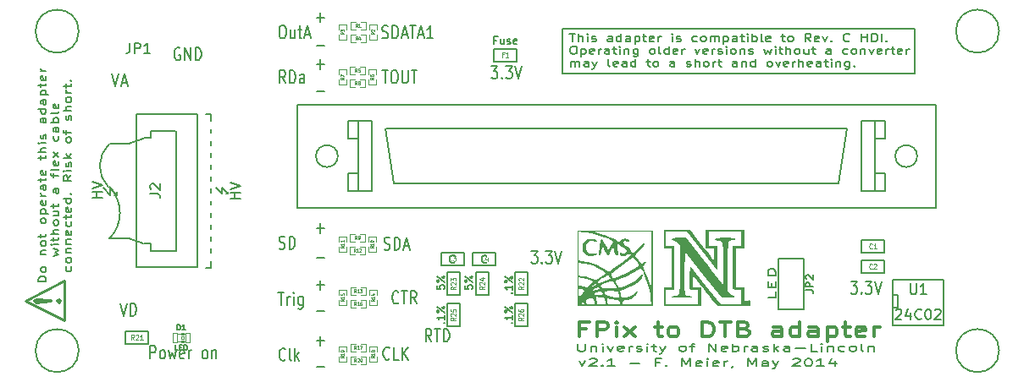
<source format=gto>
G04 (created by PCBNEW (2013-jul-07)-stable) date Fri 08 Aug 2014 03:37:50 PM CDT*
%MOIN*%
G04 Gerber Fmt 3.4, Leading zero omitted, Abs format*
%FSLAX34Y34*%
G01*
G70*
G90*
G04 APERTURE LIST*
%ADD10C,0.00590551*%
%ADD11C,0.01*%
%ADD12C,0.011811*%
%ADD13C,0.0075*%
%ADD14C,0.006*%
%ADD15C,0.005*%
%ADD16C,0.0028*%
%ADD17C,0.0026*%
%ADD18C,0.004*%
%ADD19C,0.0001*%
%ADD20C,0.0045*%
G04 APERTURE END LIST*
G54D10*
G54D11*
X21540Y-36600D02*
X21540Y-35040D01*
X20020Y-35840D02*
X21540Y-36600D01*
X20020Y-35840D02*
X21540Y-35040D01*
G54D12*
X21289Y-35840D02*
X21337Y-35792D01*
X21384Y-35840D01*
X21337Y-35887D01*
X21289Y-35840D01*
X21384Y-35840D01*
X21003Y-35840D02*
X20432Y-35887D01*
X20384Y-35840D01*
X20432Y-35792D01*
X21003Y-35840D01*
X20384Y-35840D01*
G54D13*
X20821Y-35080D02*
X20521Y-35080D01*
X20521Y-34985D01*
X20535Y-34928D01*
X20564Y-34890D01*
X20592Y-34871D01*
X20650Y-34852D01*
X20692Y-34852D01*
X20750Y-34871D01*
X20778Y-34890D01*
X20807Y-34928D01*
X20821Y-34985D01*
X20821Y-35080D01*
X20821Y-34623D02*
X20807Y-34661D01*
X20792Y-34680D01*
X20764Y-34699D01*
X20678Y-34699D01*
X20650Y-34680D01*
X20635Y-34661D01*
X20621Y-34623D01*
X20621Y-34566D01*
X20635Y-34528D01*
X20650Y-34509D01*
X20678Y-34490D01*
X20764Y-34490D01*
X20792Y-34509D01*
X20807Y-34528D01*
X20821Y-34566D01*
X20821Y-34623D01*
X20621Y-34014D02*
X20821Y-34014D01*
X20650Y-34014D02*
X20635Y-33995D01*
X20621Y-33957D01*
X20621Y-33899D01*
X20635Y-33861D01*
X20664Y-33842D01*
X20821Y-33842D01*
X20821Y-33595D02*
X20807Y-33633D01*
X20792Y-33652D01*
X20764Y-33671D01*
X20678Y-33671D01*
X20650Y-33652D01*
X20635Y-33633D01*
X20621Y-33595D01*
X20621Y-33538D01*
X20635Y-33499D01*
X20650Y-33480D01*
X20678Y-33461D01*
X20764Y-33461D01*
X20792Y-33480D01*
X20807Y-33499D01*
X20821Y-33538D01*
X20821Y-33595D01*
X20621Y-33347D02*
X20621Y-33195D01*
X20521Y-33290D02*
X20778Y-33290D01*
X20807Y-33271D01*
X20821Y-33233D01*
X20821Y-33195D01*
X20821Y-32699D02*
X20807Y-32738D01*
X20792Y-32757D01*
X20764Y-32776D01*
X20678Y-32776D01*
X20650Y-32757D01*
X20635Y-32738D01*
X20621Y-32699D01*
X20621Y-32642D01*
X20635Y-32604D01*
X20650Y-32585D01*
X20678Y-32566D01*
X20764Y-32566D01*
X20792Y-32585D01*
X20807Y-32604D01*
X20821Y-32642D01*
X20821Y-32699D01*
X20621Y-32395D02*
X20921Y-32395D01*
X20635Y-32395D02*
X20621Y-32357D01*
X20621Y-32280D01*
X20635Y-32242D01*
X20650Y-32223D01*
X20678Y-32204D01*
X20764Y-32204D01*
X20792Y-32223D01*
X20807Y-32242D01*
X20821Y-32280D01*
X20821Y-32357D01*
X20807Y-32395D01*
X20807Y-31880D02*
X20821Y-31919D01*
X20821Y-31995D01*
X20807Y-32033D01*
X20778Y-32052D01*
X20664Y-32052D01*
X20635Y-32033D01*
X20621Y-31995D01*
X20621Y-31919D01*
X20635Y-31880D01*
X20664Y-31861D01*
X20692Y-31861D01*
X20721Y-32052D01*
X20821Y-31690D02*
X20621Y-31690D01*
X20678Y-31690D02*
X20650Y-31671D01*
X20635Y-31652D01*
X20621Y-31614D01*
X20621Y-31576D01*
X20821Y-31271D02*
X20664Y-31271D01*
X20635Y-31290D01*
X20621Y-31328D01*
X20621Y-31404D01*
X20635Y-31442D01*
X20807Y-31271D02*
X20821Y-31309D01*
X20821Y-31404D01*
X20807Y-31442D01*
X20778Y-31461D01*
X20750Y-31461D01*
X20721Y-31442D01*
X20707Y-31404D01*
X20707Y-31309D01*
X20692Y-31271D01*
X20621Y-31138D02*
X20621Y-30985D01*
X20521Y-31080D02*
X20778Y-31080D01*
X20807Y-31061D01*
X20821Y-31023D01*
X20821Y-30985D01*
X20807Y-30700D02*
X20821Y-30738D01*
X20821Y-30814D01*
X20807Y-30852D01*
X20778Y-30871D01*
X20664Y-30871D01*
X20635Y-30852D01*
X20621Y-30814D01*
X20621Y-30738D01*
X20635Y-30700D01*
X20664Y-30680D01*
X20692Y-30680D01*
X20721Y-30871D01*
X20621Y-30261D02*
X20621Y-30109D01*
X20521Y-30204D02*
X20778Y-30204D01*
X20807Y-30185D01*
X20821Y-30147D01*
X20821Y-30109D01*
X20821Y-29976D02*
X20521Y-29976D01*
X20821Y-29804D02*
X20664Y-29804D01*
X20635Y-29823D01*
X20621Y-29861D01*
X20621Y-29919D01*
X20635Y-29957D01*
X20650Y-29976D01*
X20821Y-29614D02*
X20621Y-29614D01*
X20521Y-29614D02*
X20535Y-29633D01*
X20550Y-29614D01*
X20535Y-29595D01*
X20521Y-29614D01*
X20550Y-29614D01*
X20807Y-29442D02*
X20821Y-29404D01*
X20821Y-29328D01*
X20807Y-29290D01*
X20778Y-29271D01*
X20764Y-29271D01*
X20735Y-29290D01*
X20721Y-29328D01*
X20721Y-29385D01*
X20707Y-29423D01*
X20678Y-29442D01*
X20664Y-29442D01*
X20635Y-29423D01*
X20621Y-29385D01*
X20621Y-29328D01*
X20635Y-29290D01*
X20821Y-28623D02*
X20664Y-28623D01*
X20635Y-28642D01*
X20621Y-28680D01*
X20621Y-28757D01*
X20635Y-28795D01*
X20807Y-28623D02*
X20821Y-28661D01*
X20821Y-28757D01*
X20807Y-28795D01*
X20778Y-28814D01*
X20750Y-28814D01*
X20721Y-28795D01*
X20707Y-28757D01*
X20707Y-28661D01*
X20692Y-28623D01*
X20821Y-28261D02*
X20521Y-28261D01*
X20807Y-28261D02*
X20821Y-28300D01*
X20821Y-28376D01*
X20807Y-28414D01*
X20792Y-28433D01*
X20764Y-28452D01*
X20678Y-28452D01*
X20650Y-28433D01*
X20635Y-28414D01*
X20621Y-28376D01*
X20621Y-28300D01*
X20635Y-28261D01*
X20821Y-27900D02*
X20664Y-27900D01*
X20635Y-27919D01*
X20621Y-27957D01*
X20621Y-28033D01*
X20635Y-28071D01*
X20807Y-27900D02*
X20821Y-27938D01*
X20821Y-28033D01*
X20807Y-28071D01*
X20778Y-28090D01*
X20750Y-28090D01*
X20721Y-28071D01*
X20707Y-28033D01*
X20707Y-27938D01*
X20692Y-27900D01*
X20621Y-27709D02*
X20921Y-27709D01*
X20635Y-27709D02*
X20621Y-27671D01*
X20621Y-27595D01*
X20635Y-27557D01*
X20650Y-27538D01*
X20678Y-27519D01*
X20764Y-27519D01*
X20792Y-27538D01*
X20807Y-27557D01*
X20821Y-27595D01*
X20821Y-27671D01*
X20807Y-27709D01*
X20621Y-27404D02*
X20621Y-27252D01*
X20521Y-27347D02*
X20778Y-27347D01*
X20807Y-27328D01*
X20821Y-27290D01*
X20821Y-27252D01*
X20807Y-26966D02*
X20821Y-27004D01*
X20821Y-27080D01*
X20807Y-27119D01*
X20778Y-27138D01*
X20664Y-27138D01*
X20635Y-27119D01*
X20621Y-27080D01*
X20621Y-27004D01*
X20635Y-26966D01*
X20664Y-26947D01*
X20692Y-26947D01*
X20721Y-27138D01*
X20821Y-26776D02*
X20621Y-26776D01*
X20678Y-26776D02*
X20650Y-26757D01*
X20635Y-26738D01*
X20621Y-26700D01*
X20621Y-26661D01*
X21116Y-34071D02*
X21316Y-33995D01*
X21173Y-33919D01*
X21316Y-33842D01*
X21116Y-33766D01*
X21316Y-33614D02*
X21116Y-33614D01*
X21016Y-33614D02*
X21030Y-33633D01*
X21045Y-33614D01*
X21030Y-33595D01*
X21016Y-33614D01*
X21045Y-33614D01*
X21116Y-33480D02*
X21116Y-33328D01*
X21016Y-33423D02*
X21273Y-33423D01*
X21302Y-33404D01*
X21316Y-33366D01*
X21316Y-33328D01*
X21316Y-33195D02*
X21016Y-33195D01*
X21316Y-33023D02*
X21159Y-33023D01*
X21130Y-33042D01*
X21116Y-33080D01*
X21116Y-33138D01*
X21130Y-33176D01*
X21145Y-33195D01*
X21316Y-32776D02*
X21302Y-32814D01*
X21287Y-32833D01*
X21259Y-32852D01*
X21173Y-32852D01*
X21145Y-32833D01*
X21130Y-32814D01*
X21116Y-32776D01*
X21116Y-32719D01*
X21130Y-32680D01*
X21145Y-32661D01*
X21173Y-32642D01*
X21259Y-32642D01*
X21287Y-32661D01*
X21302Y-32680D01*
X21316Y-32719D01*
X21316Y-32776D01*
X21116Y-32299D02*
X21316Y-32299D01*
X21116Y-32471D02*
X21273Y-32471D01*
X21302Y-32452D01*
X21316Y-32414D01*
X21316Y-32357D01*
X21302Y-32319D01*
X21287Y-32299D01*
X21116Y-32166D02*
X21116Y-32014D01*
X21016Y-32109D02*
X21273Y-32109D01*
X21302Y-32090D01*
X21316Y-32052D01*
X21316Y-32014D01*
X21316Y-31404D02*
X21159Y-31404D01*
X21130Y-31423D01*
X21116Y-31461D01*
X21116Y-31538D01*
X21130Y-31576D01*
X21302Y-31404D02*
X21316Y-31442D01*
X21316Y-31538D01*
X21302Y-31576D01*
X21273Y-31595D01*
X21245Y-31595D01*
X21216Y-31576D01*
X21202Y-31538D01*
X21202Y-31442D01*
X21187Y-31404D01*
X21116Y-30966D02*
X21116Y-30814D01*
X21316Y-30909D02*
X21059Y-30909D01*
X21030Y-30890D01*
X21016Y-30852D01*
X21016Y-30814D01*
X21316Y-30623D02*
X21302Y-30661D01*
X21273Y-30680D01*
X21016Y-30680D01*
X21302Y-30319D02*
X21316Y-30357D01*
X21316Y-30433D01*
X21302Y-30471D01*
X21273Y-30490D01*
X21159Y-30490D01*
X21130Y-30471D01*
X21116Y-30433D01*
X21116Y-30357D01*
X21130Y-30319D01*
X21159Y-30300D01*
X21187Y-30300D01*
X21216Y-30490D01*
X21316Y-30166D02*
X21116Y-29957D01*
X21116Y-30166D02*
X21316Y-29957D01*
X21302Y-29328D02*
X21316Y-29366D01*
X21316Y-29442D01*
X21302Y-29480D01*
X21287Y-29500D01*
X21259Y-29519D01*
X21173Y-29519D01*
X21145Y-29500D01*
X21130Y-29480D01*
X21116Y-29442D01*
X21116Y-29366D01*
X21130Y-29328D01*
X21316Y-28985D02*
X21159Y-28985D01*
X21130Y-29004D01*
X21116Y-29042D01*
X21116Y-29119D01*
X21130Y-29157D01*
X21302Y-28985D02*
X21316Y-29023D01*
X21316Y-29119D01*
X21302Y-29157D01*
X21273Y-29176D01*
X21245Y-29176D01*
X21216Y-29157D01*
X21202Y-29119D01*
X21202Y-29023D01*
X21187Y-28985D01*
X21316Y-28795D02*
X21016Y-28795D01*
X21130Y-28795D02*
X21116Y-28757D01*
X21116Y-28680D01*
X21130Y-28642D01*
X21145Y-28623D01*
X21173Y-28604D01*
X21259Y-28604D01*
X21287Y-28623D01*
X21302Y-28642D01*
X21316Y-28680D01*
X21316Y-28757D01*
X21302Y-28795D01*
X21316Y-28376D02*
X21302Y-28414D01*
X21273Y-28433D01*
X21016Y-28433D01*
X21302Y-28071D02*
X21316Y-28109D01*
X21316Y-28185D01*
X21302Y-28223D01*
X21273Y-28242D01*
X21159Y-28242D01*
X21130Y-28223D01*
X21116Y-28185D01*
X21116Y-28109D01*
X21130Y-28071D01*
X21159Y-28052D01*
X21187Y-28052D01*
X21216Y-28242D01*
X21797Y-34480D02*
X21811Y-34519D01*
X21811Y-34595D01*
X21797Y-34633D01*
X21782Y-34652D01*
X21754Y-34671D01*
X21668Y-34671D01*
X21640Y-34652D01*
X21625Y-34633D01*
X21611Y-34595D01*
X21611Y-34519D01*
X21625Y-34480D01*
X21811Y-34252D02*
X21797Y-34290D01*
X21782Y-34309D01*
X21754Y-34328D01*
X21668Y-34328D01*
X21640Y-34309D01*
X21625Y-34290D01*
X21611Y-34252D01*
X21611Y-34195D01*
X21625Y-34157D01*
X21640Y-34138D01*
X21668Y-34119D01*
X21754Y-34119D01*
X21782Y-34138D01*
X21797Y-34157D01*
X21811Y-34195D01*
X21811Y-34252D01*
X21611Y-33947D02*
X21811Y-33947D01*
X21640Y-33947D02*
X21625Y-33928D01*
X21611Y-33890D01*
X21611Y-33833D01*
X21625Y-33795D01*
X21654Y-33776D01*
X21811Y-33776D01*
X21611Y-33585D02*
X21811Y-33585D01*
X21640Y-33585D02*
X21625Y-33566D01*
X21611Y-33528D01*
X21611Y-33471D01*
X21625Y-33433D01*
X21654Y-33414D01*
X21811Y-33414D01*
X21797Y-33071D02*
X21811Y-33109D01*
X21811Y-33185D01*
X21797Y-33223D01*
X21768Y-33242D01*
X21654Y-33242D01*
X21625Y-33223D01*
X21611Y-33185D01*
X21611Y-33109D01*
X21625Y-33071D01*
X21654Y-33052D01*
X21682Y-33052D01*
X21711Y-33242D01*
X21797Y-32709D02*
X21811Y-32747D01*
X21811Y-32823D01*
X21797Y-32861D01*
X21782Y-32880D01*
X21754Y-32899D01*
X21668Y-32899D01*
X21640Y-32880D01*
X21625Y-32861D01*
X21611Y-32823D01*
X21611Y-32747D01*
X21625Y-32709D01*
X21611Y-32595D02*
X21611Y-32442D01*
X21511Y-32538D02*
X21768Y-32538D01*
X21797Y-32519D01*
X21811Y-32480D01*
X21811Y-32442D01*
X21797Y-32157D02*
X21811Y-32195D01*
X21811Y-32271D01*
X21797Y-32309D01*
X21768Y-32328D01*
X21654Y-32328D01*
X21625Y-32309D01*
X21611Y-32271D01*
X21611Y-32195D01*
X21625Y-32157D01*
X21654Y-32138D01*
X21682Y-32138D01*
X21711Y-32328D01*
X21811Y-31795D02*
X21511Y-31795D01*
X21797Y-31795D02*
X21811Y-31833D01*
X21811Y-31909D01*
X21797Y-31947D01*
X21782Y-31966D01*
X21754Y-31985D01*
X21668Y-31985D01*
X21640Y-31966D01*
X21625Y-31947D01*
X21611Y-31909D01*
X21611Y-31833D01*
X21625Y-31795D01*
X21782Y-31604D02*
X21797Y-31585D01*
X21811Y-31604D01*
X21797Y-31623D01*
X21782Y-31604D01*
X21811Y-31604D01*
X21811Y-30880D02*
X21668Y-31014D01*
X21811Y-31109D02*
X21511Y-31109D01*
X21511Y-30957D01*
X21525Y-30919D01*
X21540Y-30900D01*
X21568Y-30880D01*
X21611Y-30880D01*
X21640Y-30900D01*
X21654Y-30919D01*
X21668Y-30957D01*
X21668Y-31109D01*
X21811Y-30709D02*
X21611Y-30709D01*
X21511Y-30709D02*
X21525Y-30728D01*
X21540Y-30709D01*
X21525Y-30690D01*
X21511Y-30709D01*
X21540Y-30709D01*
X21797Y-30538D02*
X21811Y-30499D01*
X21811Y-30423D01*
X21797Y-30385D01*
X21768Y-30366D01*
X21754Y-30366D01*
X21725Y-30385D01*
X21711Y-30423D01*
X21711Y-30480D01*
X21697Y-30519D01*
X21668Y-30538D01*
X21654Y-30538D01*
X21625Y-30519D01*
X21611Y-30480D01*
X21611Y-30423D01*
X21625Y-30385D01*
X21811Y-30195D02*
X21511Y-30195D01*
X21697Y-30157D02*
X21811Y-30042D01*
X21611Y-30042D02*
X21725Y-30195D01*
X21811Y-29509D02*
X21797Y-29547D01*
X21782Y-29566D01*
X21754Y-29585D01*
X21668Y-29585D01*
X21640Y-29566D01*
X21625Y-29547D01*
X21611Y-29509D01*
X21611Y-29452D01*
X21625Y-29414D01*
X21640Y-29395D01*
X21668Y-29376D01*
X21754Y-29376D01*
X21782Y-29395D01*
X21797Y-29414D01*
X21811Y-29452D01*
X21811Y-29509D01*
X21611Y-29261D02*
X21611Y-29109D01*
X21811Y-29204D02*
X21554Y-29204D01*
X21525Y-29185D01*
X21511Y-29147D01*
X21511Y-29109D01*
X21797Y-28690D02*
X21811Y-28652D01*
X21811Y-28576D01*
X21797Y-28538D01*
X21768Y-28519D01*
X21754Y-28519D01*
X21725Y-28538D01*
X21711Y-28576D01*
X21711Y-28633D01*
X21697Y-28671D01*
X21668Y-28690D01*
X21654Y-28690D01*
X21625Y-28671D01*
X21611Y-28633D01*
X21611Y-28576D01*
X21625Y-28538D01*
X21811Y-28347D02*
X21511Y-28347D01*
X21811Y-28176D02*
X21654Y-28176D01*
X21625Y-28195D01*
X21611Y-28233D01*
X21611Y-28290D01*
X21625Y-28328D01*
X21640Y-28347D01*
X21811Y-27928D02*
X21797Y-27966D01*
X21782Y-27985D01*
X21754Y-28004D01*
X21668Y-28004D01*
X21640Y-27985D01*
X21625Y-27966D01*
X21611Y-27928D01*
X21611Y-27871D01*
X21625Y-27833D01*
X21640Y-27814D01*
X21668Y-27795D01*
X21754Y-27795D01*
X21782Y-27814D01*
X21797Y-27833D01*
X21811Y-27871D01*
X21811Y-27928D01*
X21811Y-27623D02*
X21611Y-27623D01*
X21668Y-27623D02*
X21640Y-27604D01*
X21625Y-27585D01*
X21611Y-27547D01*
X21611Y-27509D01*
X21611Y-27433D02*
X21611Y-27280D01*
X21511Y-27376D02*
X21768Y-27376D01*
X21797Y-27357D01*
X21811Y-27319D01*
X21811Y-27280D01*
X21782Y-27147D02*
X21797Y-27128D01*
X21811Y-27147D01*
X21797Y-27166D01*
X21782Y-27147D01*
X21811Y-27147D01*
G54D14*
X41141Y-26870D02*
X41141Y-25098D01*
X55019Y-26870D02*
X41141Y-26870D01*
X55019Y-25098D02*
X55019Y-26870D01*
X41141Y-25098D02*
X55019Y-25098D01*
G54D13*
X41417Y-25301D02*
X41642Y-25301D01*
X41529Y-25601D02*
X41529Y-25301D01*
X41773Y-25601D02*
X41773Y-25301D01*
X41942Y-25601D02*
X41942Y-25444D01*
X41923Y-25415D01*
X41886Y-25401D01*
X41829Y-25401D01*
X41792Y-25415D01*
X41773Y-25430D01*
X42129Y-25601D02*
X42129Y-25401D01*
X42129Y-25301D02*
X42111Y-25315D01*
X42129Y-25330D01*
X42148Y-25315D01*
X42129Y-25301D01*
X42129Y-25330D01*
X42298Y-25587D02*
X42336Y-25601D01*
X42411Y-25601D01*
X42448Y-25587D01*
X42467Y-25558D01*
X42467Y-25544D01*
X42448Y-25515D01*
X42411Y-25501D01*
X42354Y-25501D01*
X42317Y-25487D01*
X42298Y-25458D01*
X42298Y-25444D01*
X42317Y-25415D01*
X42354Y-25401D01*
X42411Y-25401D01*
X42448Y-25415D01*
X43104Y-25601D02*
X43104Y-25444D01*
X43086Y-25415D01*
X43048Y-25401D01*
X42973Y-25401D01*
X42936Y-25415D01*
X43104Y-25587D02*
X43067Y-25601D01*
X42973Y-25601D01*
X42936Y-25587D01*
X42917Y-25558D01*
X42917Y-25530D01*
X42936Y-25501D01*
X42973Y-25487D01*
X43067Y-25487D01*
X43104Y-25472D01*
X43460Y-25601D02*
X43460Y-25301D01*
X43460Y-25587D02*
X43423Y-25601D01*
X43348Y-25601D01*
X43311Y-25587D01*
X43292Y-25572D01*
X43273Y-25544D01*
X43273Y-25458D01*
X43292Y-25430D01*
X43311Y-25415D01*
X43348Y-25401D01*
X43423Y-25401D01*
X43460Y-25415D01*
X43817Y-25601D02*
X43817Y-25444D01*
X43798Y-25415D01*
X43760Y-25401D01*
X43685Y-25401D01*
X43648Y-25415D01*
X43817Y-25587D02*
X43779Y-25601D01*
X43685Y-25601D01*
X43648Y-25587D01*
X43629Y-25558D01*
X43629Y-25530D01*
X43648Y-25501D01*
X43685Y-25487D01*
X43779Y-25487D01*
X43817Y-25472D01*
X44004Y-25401D02*
X44004Y-25701D01*
X44004Y-25415D02*
X44042Y-25401D01*
X44117Y-25401D01*
X44154Y-25415D01*
X44173Y-25430D01*
X44192Y-25458D01*
X44192Y-25544D01*
X44173Y-25572D01*
X44154Y-25587D01*
X44117Y-25601D01*
X44042Y-25601D01*
X44004Y-25587D01*
X44304Y-25401D02*
X44454Y-25401D01*
X44360Y-25301D02*
X44360Y-25558D01*
X44379Y-25587D01*
X44417Y-25601D01*
X44454Y-25601D01*
X44735Y-25587D02*
X44698Y-25601D01*
X44623Y-25601D01*
X44585Y-25587D01*
X44567Y-25558D01*
X44567Y-25444D01*
X44585Y-25415D01*
X44623Y-25401D01*
X44698Y-25401D01*
X44735Y-25415D01*
X44754Y-25444D01*
X44754Y-25472D01*
X44567Y-25501D01*
X44923Y-25601D02*
X44923Y-25401D01*
X44923Y-25458D02*
X44942Y-25430D01*
X44960Y-25415D01*
X44998Y-25401D01*
X45035Y-25401D01*
X45466Y-25601D02*
X45466Y-25401D01*
X45466Y-25301D02*
X45448Y-25315D01*
X45466Y-25330D01*
X45485Y-25315D01*
X45466Y-25301D01*
X45466Y-25330D01*
X45635Y-25587D02*
X45673Y-25601D01*
X45748Y-25601D01*
X45785Y-25587D01*
X45804Y-25558D01*
X45804Y-25544D01*
X45785Y-25515D01*
X45748Y-25501D01*
X45691Y-25501D01*
X45654Y-25487D01*
X45635Y-25458D01*
X45635Y-25444D01*
X45654Y-25415D01*
X45691Y-25401D01*
X45748Y-25401D01*
X45785Y-25415D01*
X46441Y-25587D02*
X46404Y-25601D01*
X46329Y-25601D01*
X46291Y-25587D01*
X46273Y-25572D01*
X46254Y-25544D01*
X46254Y-25458D01*
X46273Y-25430D01*
X46291Y-25415D01*
X46329Y-25401D01*
X46404Y-25401D01*
X46441Y-25415D01*
X46666Y-25601D02*
X46629Y-25587D01*
X46610Y-25572D01*
X46591Y-25544D01*
X46591Y-25458D01*
X46610Y-25430D01*
X46629Y-25415D01*
X46666Y-25401D01*
X46723Y-25401D01*
X46760Y-25415D01*
X46779Y-25430D01*
X46798Y-25458D01*
X46798Y-25544D01*
X46779Y-25572D01*
X46760Y-25587D01*
X46723Y-25601D01*
X46666Y-25601D01*
X46966Y-25601D02*
X46966Y-25401D01*
X46966Y-25430D02*
X46985Y-25415D01*
X47023Y-25401D01*
X47079Y-25401D01*
X47116Y-25415D01*
X47135Y-25444D01*
X47135Y-25601D01*
X47135Y-25444D02*
X47154Y-25415D01*
X47191Y-25401D01*
X47248Y-25401D01*
X47285Y-25415D01*
X47304Y-25444D01*
X47304Y-25601D01*
X47491Y-25401D02*
X47491Y-25701D01*
X47491Y-25415D02*
X47529Y-25401D01*
X47604Y-25401D01*
X47641Y-25415D01*
X47660Y-25430D01*
X47679Y-25458D01*
X47679Y-25544D01*
X47660Y-25572D01*
X47641Y-25587D01*
X47604Y-25601D01*
X47529Y-25601D01*
X47491Y-25587D01*
X48016Y-25601D02*
X48016Y-25444D01*
X47997Y-25415D01*
X47960Y-25401D01*
X47885Y-25401D01*
X47847Y-25415D01*
X48016Y-25587D02*
X47979Y-25601D01*
X47885Y-25601D01*
X47847Y-25587D01*
X47829Y-25558D01*
X47829Y-25530D01*
X47847Y-25501D01*
X47885Y-25487D01*
X47979Y-25487D01*
X48016Y-25472D01*
X48147Y-25401D02*
X48297Y-25401D01*
X48204Y-25301D02*
X48204Y-25558D01*
X48222Y-25587D01*
X48260Y-25601D01*
X48297Y-25601D01*
X48429Y-25601D02*
X48429Y-25401D01*
X48429Y-25301D02*
X48410Y-25315D01*
X48429Y-25330D01*
X48447Y-25315D01*
X48429Y-25301D01*
X48429Y-25330D01*
X48616Y-25601D02*
X48616Y-25301D01*
X48616Y-25415D02*
X48654Y-25401D01*
X48729Y-25401D01*
X48766Y-25415D01*
X48785Y-25430D01*
X48804Y-25458D01*
X48804Y-25544D01*
X48785Y-25572D01*
X48766Y-25587D01*
X48729Y-25601D01*
X48654Y-25601D01*
X48616Y-25587D01*
X49029Y-25601D02*
X48991Y-25587D01*
X48972Y-25558D01*
X48972Y-25301D01*
X49329Y-25587D02*
X49291Y-25601D01*
X49216Y-25601D01*
X49179Y-25587D01*
X49160Y-25558D01*
X49160Y-25444D01*
X49179Y-25415D01*
X49216Y-25401D01*
X49291Y-25401D01*
X49329Y-25415D01*
X49347Y-25444D01*
X49347Y-25472D01*
X49160Y-25501D01*
X49760Y-25401D02*
X49910Y-25401D01*
X49816Y-25301D02*
X49816Y-25558D01*
X49835Y-25587D01*
X49872Y-25601D01*
X49910Y-25601D01*
X50097Y-25601D02*
X50060Y-25587D01*
X50041Y-25572D01*
X50022Y-25544D01*
X50022Y-25458D01*
X50041Y-25430D01*
X50060Y-25415D01*
X50097Y-25401D01*
X50153Y-25401D01*
X50191Y-25415D01*
X50210Y-25430D01*
X50228Y-25458D01*
X50228Y-25544D01*
X50210Y-25572D01*
X50191Y-25587D01*
X50153Y-25601D01*
X50097Y-25601D01*
X50922Y-25601D02*
X50791Y-25458D01*
X50697Y-25601D02*
X50697Y-25301D01*
X50847Y-25301D01*
X50885Y-25315D01*
X50903Y-25330D01*
X50922Y-25358D01*
X50922Y-25401D01*
X50903Y-25430D01*
X50885Y-25444D01*
X50847Y-25458D01*
X50697Y-25458D01*
X51241Y-25587D02*
X51203Y-25601D01*
X51128Y-25601D01*
X51091Y-25587D01*
X51072Y-25558D01*
X51072Y-25444D01*
X51091Y-25415D01*
X51128Y-25401D01*
X51203Y-25401D01*
X51241Y-25415D01*
X51260Y-25444D01*
X51260Y-25472D01*
X51072Y-25501D01*
X51391Y-25401D02*
X51484Y-25601D01*
X51578Y-25401D01*
X51728Y-25572D02*
X51747Y-25587D01*
X51728Y-25601D01*
X51709Y-25587D01*
X51728Y-25572D01*
X51728Y-25601D01*
X52441Y-25572D02*
X52422Y-25587D01*
X52366Y-25601D01*
X52328Y-25601D01*
X52272Y-25587D01*
X52234Y-25558D01*
X52216Y-25530D01*
X52197Y-25472D01*
X52197Y-25430D01*
X52216Y-25372D01*
X52234Y-25344D01*
X52272Y-25315D01*
X52328Y-25301D01*
X52366Y-25301D01*
X52422Y-25315D01*
X52441Y-25330D01*
X52909Y-25601D02*
X52909Y-25301D01*
X52909Y-25444D02*
X53134Y-25444D01*
X53134Y-25601D02*
X53134Y-25301D01*
X53322Y-25601D02*
X53322Y-25301D01*
X53415Y-25301D01*
X53472Y-25315D01*
X53509Y-25344D01*
X53528Y-25372D01*
X53547Y-25430D01*
X53547Y-25472D01*
X53528Y-25530D01*
X53509Y-25558D01*
X53472Y-25587D01*
X53415Y-25601D01*
X53322Y-25601D01*
X53715Y-25601D02*
X53715Y-25301D01*
X53903Y-25572D02*
X53922Y-25587D01*
X53903Y-25601D01*
X53884Y-25587D01*
X53903Y-25572D01*
X53903Y-25601D01*
X41548Y-25796D02*
X41623Y-25796D01*
X41661Y-25810D01*
X41698Y-25839D01*
X41717Y-25896D01*
X41717Y-25996D01*
X41698Y-26053D01*
X41661Y-26082D01*
X41623Y-26096D01*
X41548Y-26096D01*
X41511Y-26082D01*
X41473Y-26053D01*
X41454Y-25996D01*
X41454Y-25896D01*
X41473Y-25839D01*
X41511Y-25810D01*
X41548Y-25796D01*
X41886Y-25896D02*
X41886Y-26196D01*
X41886Y-25910D02*
X41923Y-25896D01*
X41998Y-25896D01*
X42036Y-25910D01*
X42054Y-25925D01*
X42073Y-25953D01*
X42073Y-26039D01*
X42054Y-26067D01*
X42036Y-26082D01*
X41998Y-26096D01*
X41923Y-26096D01*
X41886Y-26082D01*
X42392Y-26082D02*
X42354Y-26096D01*
X42279Y-26096D01*
X42242Y-26082D01*
X42223Y-26053D01*
X42223Y-25939D01*
X42242Y-25910D01*
X42279Y-25896D01*
X42354Y-25896D01*
X42392Y-25910D01*
X42411Y-25939D01*
X42411Y-25967D01*
X42223Y-25996D01*
X42579Y-26096D02*
X42579Y-25896D01*
X42579Y-25953D02*
X42598Y-25925D01*
X42617Y-25910D01*
X42654Y-25896D01*
X42692Y-25896D01*
X42992Y-26096D02*
X42992Y-25939D01*
X42973Y-25910D01*
X42936Y-25896D01*
X42861Y-25896D01*
X42823Y-25910D01*
X42992Y-26082D02*
X42954Y-26096D01*
X42861Y-26096D01*
X42823Y-26082D01*
X42804Y-26053D01*
X42804Y-26025D01*
X42823Y-25996D01*
X42861Y-25982D01*
X42954Y-25982D01*
X42992Y-25967D01*
X43123Y-25896D02*
X43273Y-25896D01*
X43179Y-25796D02*
X43179Y-26053D01*
X43198Y-26082D01*
X43236Y-26096D01*
X43273Y-26096D01*
X43404Y-26096D02*
X43404Y-25896D01*
X43404Y-25796D02*
X43385Y-25810D01*
X43404Y-25825D01*
X43423Y-25810D01*
X43404Y-25796D01*
X43404Y-25825D01*
X43592Y-25896D02*
X43592Y-26096D01*
X43592Y-25925D02*
X43610Y-25910D01*
X43648Y-25896D01*
X43704Y-25896D01*
X43742Y-25910D01*
X43760Y-25939D01*
X43760Y-26096D01*
X44117Y-25896D02*
X44117Y-26139D01*
X44098Y-26167D01*
X44079Y-26182D01*
X44042Y-26196D01*
X43985Y-26196D01*
X43948Y-26182D01*
X44117Y-26082D02*
X44079Y-26096D01*
X44004Y-26096D01*
X43967Y-26082D01*
X43948Y-26067D01*
X43929Y-26039D01*
X43929Y-25953D01*
X43948Y-25925D01*
X43967Y-25910D01*
X44004Y-25896D01*
X44079Y-25896D01*
X44117Y-25910D01*
X44660Y-26096D02*
X44623Y-26082D01*
X44604Y-26067D01*
X44585Y-26039D01*
X44585Y-25953D01*
X44604Y-25925D01*
X44623Y-25910D01*
X44660Y-25896D01*
X44717Y-25896D01*
X44754Y-25910D01*
X44773Y-25925D01*
X44792Y-25953D01*
X44792Y-26039D01*
X44773Y-26067D01*
X44754Y-26082D01*
X44717Y-26096D01*
X44660Y-26096D01*
X45017Y-26096D02*
X44979Y-26082D01*
X44960Y-26053D01*
X44960Y-25796D01*
X45335Y-26096D02*
X45335Y-25796D01*
X45335Y-26082D02*
X45298Y-26096D01*
X45223Y-26096D01*
X45185Y-26082D01*
X45167Y-26067D01*
X45148Y-26039D01*
X45148Y-25953D01*
X45167Y-25925D01*
X45185Y-25910D01*
X45223Y-25896D01*
X45298Y-25896D01*
X45335Y-25910D01*
X45673Y-26082D02*
X45635Y-26096D01*
X45560Y-26096D01*
X45523Y-26082D01*
X45504Y-26053D01*
X45504Y-25939D01*
X45523Y-25910D01*
X45560Y-25896D01*
X45635Y-25896D01*
X45673Y-25910D01*
X45691Y-25939D01*
X45691Y-25967D01*
X45504Y-25996D01*
X45860Y-26096D02*
X45860Y-25896D01*
X45860Y-25953D02*
X45879Y-25925D01*
X45898Y-25910D01*
X45935Y-25896D01*
X45973Y-25896D01*
X46366Y-25896D02*
X46460Y-26096D01*
X46554Y-25896D01*
X46854Y-26082D02*
X46816Y-26096D01*
X46741Y-26096D01*
X46704Y-26082D01*
X46685Y-26053D01*
X46685Y-25939D01*
X46704Y-25910D01*
X46741Y-25896D01*
X46816Y-25896D01*
X46854Y-25910D01*
X46873Y-25939D01*
X46873Y-25967D01*
X46685Y-25996D01*
X47041Y-26096D02*
X47041Y-25896D01*
X47041Y-25953D02*
X47060Y-25925D01*
X47079Y-25910D01*
X47116Y-25896D01*
X47154Y-25896D01*
X47266Y-26082D02*
X47304Y-26096D01*
X47379Y-26096D01*
X47416Y-26082D01*
X47435Y-26053D01*
X47435Y-26039D01*
X47416Y-26010D01*
X47379Y-25996D01*
X47323Y-25996D01*
X47285Y-25982D01*
X47266Y-25953D01*
X47266Y-25939D01*
X47285Y-25910D01*
X47323Y-25896D01*
X47379Y-25896D01*
X47416Y-25910D01*
X47604Y-26096D02*
X47604Y-25896D01*
X47604Y-25796D02*
X47585Y-25810D01*
X47604Y-25825D01*
X47622Y-25810D01*
X47604Y-25796D01*
X47604Y-25825D01*
X47847Y-26096D02*
X47810Y-26082D01*
X47791Y-26067D01*
X47772Y-26039D01*
X47772Y-25953D01*
X47791Y-25925D01*
X47810Y-25910D01*
X47847Y-25896D01*
X47904Y-25896D01*
X47941Y-25910D01*
X47960Y-25925D01*
X47979Y-25953D01*
X47979Y-26039D01*
X47960Y-26067D01*
X47941Y-26082D01*
X47904Y-26096D01*
X47847Y-26096D01*
X48147Y-25896D02*
X48147Y-26096D01*
X48147Y-25925D02*
X48166Y-25910D01*
X48204Y-25896D01*
X48260Y-25896D01*
X48297Y-25910D01*
X48316Y-25939D01*
X48316Y-26096D01*
X48485Y-26082D02*
X48522Y-26096D01*
X48597Y-26096D01*
X48635Y-26082D01*
X48654Y-26053D01*
X48654Y-26039D01*
X48635Y-26010D01*
X48597Y-25996D01*
X48541Y-25996D01*
X48504Y-25982D01*
X48485Y-25953D01*
X48485Y-25939D01*
X48504Y-25910D01*
X48541Y-25896D01*
X48597Y-25896D01*
X48635Y-25910D01*
X49085Y-25896D02*
X49160Y-26096D01*
X49235Y-25953D01*
X49310Y-26096D01*
X49385Y-25896D01*
X49535Y-26096D02*
X49535Y-25896D01*
X49535Y-25796D02*
X49516Y-25810D01*
X49535Y-25825D01*
X49553Y-25810D01*
X49535Y-25796D01*
X49535Y-25825D01*
X49666Y-25896D02*
X49816Y-25896D01*
X49722Y-25796D02*
X49722Y-26053D01*
X49741Y-26082D01*
X49778Y-26096D01*
X49816Y-26096D01*
X49947Y-26096D02*
X49947Y-25796D01*
X50116Y-26096D02*
X50116Y-25939D01*
X50097Y-25910D01*
X50060Y-25896D01*
X50003Y-25896D01*
X49966Y-25910D01*
X49947Y-25925D01*
X50360Y-26096D02*
X50322Y-26082D01*
X50303Y-26067D01*
X50285Y-26039D01*
X50285Y-25953D01*
X50303Y-25925D01*
X50322Y-25910D01*
X50360Y-25896D01*
X50416Y-25896D01*
X50453Y-25910D01*
X50472Y-25925D01*
X50491Y-25953D01*
X50491Y-26039D01*
X50472Y-26067D01*
X50453Y-26082D01*
X50416Y-26096D01*
X50360Y-26096D01*
X50828Y-25896D02*
X50828Y-26096D01*
X50660Y-25896D02*
X50660Y-26053D01*
X50678Y-26082D01*
X50716Y-26096D01*
X50772Y-26096D01*
X50810Y-26082D01*
X50828Y-26067D01*
X50960Y-25896D02*
X51110Y-25896D01*
X51016Y-25796D02*
X51016Y-26053D01*
X51035Y-26082D01*
X51072Y-26096D01*
X51110Y-26096D01*
X51709Y-26096D02*
X51709Y-25939D01*
X51691Y-25910D01*
X51653Y-25896D01*
X51578Y-25896D01*
X51541Y-25910D01*
X51709Y-26082D02*
X51672Y-26096D01*
X51578Y-26096D01*
X51541Y-26082D01*
X51522Y-26053D01*
X51522Y-26025D01*
X51541Y-25996D01*
X51578Y-25982D01*
X51672Y-25982D01*
X51709Y-25967D01*
X52366Y-26082D02*
X52328Y-26096D01*
X52253Y-26096D01*
X52216Y-26082D01*
X52197Y-26067D01*
X52178Y-26039D01*
X52178Y-25953D01*
X52197Y-25925D01*
X52216Y-25910D01*
X52253Y-25896D01*
X52328Y-25896D01*
X52366Y-25910D01*
X52591Y-26096D02*
X52553Y-26082D01*
X52534Y-26067D01*
X52516Y-26039D01*
X52516Y-25953D01*
X52534Y-25925D01*
X52553Y-25910D01*
X52591Y-25896D01*
X52647Y-25896D01*
X52684Y-25910D01*
X52703Y-25925D01*
X52722Y-25953D01*
X52722Y-26039D01*
X52703Y-26067D01*
X52684Y-26082D01*
X52647Y-26096D01*
X52591Y-26096D01*
X52891Y-25896D02*
X52891Y-26096D01*
X52891Y-25925D02*
X52909Y-25910D01*
X52947Y-25896D01*
X53003Y-25896D01*
X53041Y-25910D01*
X53059Y-25939D01*
X53059Y-26096D01*
X53209Y-25896D02*
X53303Y-26096D01*
X53397Y-25896D01*
X53697Y-26082D02*
X53659Y-26096D01*
X53584Y-26096D01*
X53547Y-26082D01*
X53528Y-26053D01*
X53528Y-25939D01*
X53547Y-25910D01*
X53584Y-25896D01*
X53659Y-25896D01*
X53697Y-25910D01*
X53715Y-25939D01*
X53715Y-25967D01*
X53528Y-25996D01*
X53884Y-26096D02*
X53884Y-25896D01*
X53884Y-25953D02*
X53903Y-25925D01*
X53922Y-25910D01*
X53959Y-25896D01*
X53997Y-25896D01*
X54072Y-25896D02*
X54222Y-25896D01*
X54128Y-25796D02*
X54128Y-26053D01*
X54147Y-26082D01*
X54184Y-26096D01*
X54222Y-26096D01*
X54503Y-26082D02*
X54465Y-26096D01*
X54390Y-26096D01*
X54353Y-26082D01*
X54334Y-26053D01*
X54334Y-25939D01*
X54353Y-25910D01*
X54390Y-25896D01*
X54465Y-25896D01*
X54503Y-25910D01*
X54522Y-25939D01*
X54522Y-25967D01*
X54334Y-25996D01*
X54690Y-26096D02*
X54690Y-25896D01*
X54690Y-25953D02*
X54709Y-25925D01*
X54728Y-25910D01*
X54765Y-25896D01*
X54803Y-25896D01*
X41473Y-26591D02*
X41473Y-26391D01*
X41473Y-26420D02*
X41492Y-26405D01*
X41529Y-26391D01*
X41586Y-26391D01*
X41623Y-26405D01*
X41642Y-26434D01*
X41642Y-26591D01*
X41642Y-26434D02*
X41661Y-26405D01*
X41698Y-26391D01*
X41754Y-26391D01*
X41792Y-26405D01*
X41811Y-26434D01*
X41811Y-26591D01*
X42167Y-26591D02*
X42167Y-26434D01*
X42148Y-26405D01*
X42111Y-26391D01*
X42036Y-26391D01*
X41998Y-26405D01*
X42167Y-26577D02*
X42129Y-26591D01*
X42036Y-26591D01*
X41998Y-26577D01*
X41979Y-26548D01*
X41979Y-26520D01*
X41998Y-26491D01*
X42036Y-26477D01*
X42129Y-26477D01*
X42167Y-26462D01*
X42317Y-26391D02*
X42411Y-26591D01*
X42504Y-26391D02*
X42411Y-26591D01*
X42373Y-26662D01*
X42354Y-26677D01*
X42317Y-26691D01*
X43011Y-26591D02*
X42973Y-26577D01*
X42954Y-26548D01*
X42954Y-26291D01*
X43311Y-26577D02*
X43273Y-26591D01*
X43198Y-26591D01*
X43161Y-26577D01*
X43142Y-26548D01*
X43142Y-26434D01*
X43161Y-26405D01*
X43198Y-26391D01*
X43273Y-26391D01*
X43311Y-26405D01*
X43329Y-26434D01*
X43329Y-26462D01*
X43142Y-26491D01*
X43667Y-26591D02*
X43667Y-26434D01*
X43648Y-26405D01*
X43610Y-26391D01*
X43535Y-26391D01*
X43498Y-26405D01*
X43667Y-26577D02*
X43629Y-26591D01*
X43535Y-26591D01*
X43498Y-26577D01*
X43479Y-26548D01*
X43479Y-26520D01*
X43498Y-26491D01*
X43535Y-26477D01*
X43629Y-26477D01*
X43667Y-26462D01*
X44023Y-26591D02*
X44023Y-26291D01*
X44023Y-26577D02*
X43985Y-26591D01*
X43910Y-26591D01*
X43873Y-26577D01*
X43854Y-26562D01*
X43835Y-26534D01*
X43835Y-26448D01*
X43854Y-26420D01*
X43873Y-26405D01*
X43910Y-26391D01*
X43985Y-26391D01*
X44023Y-26405D01*
X44454Y-26391D02*
X44604Y-26391D01*
X44510Y-26291D02*
X44510Y-26548D01*
X44529Y-26577D01*
X44567Y-26591D01*
X44604Y-26591D01*
X44792Y-26591D02*
X44754Y-26577D01*
X44735Y-26562D01*
X44717Y-26534D01*
X44717Y-26448D01*
X44735Y-26420D01*
X44754Y-26405D01*
X44792Y-26391D01*
X44848Y-26391D01*
X44885Y-26405D01*
X44904Y-26420D01*
X44923Y-26448D01*
X44923Y-26534D01*
X44904Y-26562D01*
X44885Y-26577D01*
X44848Y-26591D01*
X44792Y-26591D01*
X45560Y-26591D02*
X45560Y-26434D01*
X45541Y-26405D01*
X45504Y-26391D01*
X45429Y-26391D01*
X45391Y-26405D01*
X45560Y-26577D02*
X45523Y-26591D01*
X45429Y-26591D01*
X45391Y-26577D01*
X45373Y-26548D01*
X45373Y-26520D01*
X45391Y-26491D01*
X45429Y-26477D01*
X45523Y-26477D01*
X45560Y-26462D01*
X46029Y-26577D02*
X46066Y-26591D01*
X46141Y-26591D01*
X46179Y-26577D01*
X46198Y-26548D01*
X46198Y-26534D01*
X46179Y-26505D01*
X46141Y-26491D01*
X46085Y-26491D01*
X46048Y-26477D01*
X46029Y-26448D01*
X46029Y-26434D01*
X46048Y-26405D01*
X46085Y-26391D01*
X46141Y-26391D01*
X46179Y-26405D01*
X46366Y-26591D02*
X46366Y-26291D01*
X46535Y-26591D02*
X46535Y-26434D01*
X46516Y-26405D01*
X46479Y-26391D01*
X46423Y-26391D01*
X46385Y-26405D01*
X46366Y-26420D01*
X46779Y-26591D02*
X46741Y-26577D01*
X46723Y-26562D01*
X46704Y-26534D01*
X46704Y-26448D01*
X46723Y-26420D01*
X46741Y-26405D01*
X46779Y-26391D01*
X46835Y-26391D01*
X46873Y-26405D01*
X46891Y-26420D01*
X46910Y-26448D01*
X46910Y-26534D01*
X46891Y-26562D01*
X46873Y-26577D01*
X46835Y-26591D01*
X46779Y-26591D01*
X47079Y-26591D02*
X47079Y-26391D01*
X47079Y-26448D02*
X47098Y-26420D01*
X47116Y-26405D01*
X47154Y-26391D01*
X47191Y-26391D01*
X47266Y-26391D02*
X47416Y-26391D01*
X47323Y-26291D02*
X47323Y-26548D01*
X47341Y-26577D01*
X47379Y-26591D01*
X47416Y-26591D01*
X48016Y-26591D02*
X48016Y-26434D01*
X47997Y-26405D01*
X47960Y-26391D01*
X47885Y-26391D01*
X47847Y-26405D01*
X48016Y-26577D02*
X47979Y-26591D01*
X47885Y-26591D01*
X47847Y-26577D01*
X47829Y-26548D01*
X47829Y-26520D01*
X47847Y-26491D01*
X47885Y-26477D01*
X47979Y-26477D01*
X48016Y-26462D01*
X48204Y-26391D02*
X48204Y-26591D01*
X48204Y-26420D02*
X48222Y-26405D01*
X48260Y-26391D01*
X48316Y-26391D01*
X48354Y-26405D01*
X48372Y-26434D01*
X48372Y-26591D01*
X48729Y-26591D02*
X48729Y-26291D01*
X48729Y-26577D02*
X48691Y-26591D01*
X48616Y-26591D01*
X48579Y-26577D01*
X48560Y-26562D01*
X48541Y-26534D01*
X48541Y-26448D01*
X48560Y-26420D01*
X48579Y-26405D01*
X48616Y-26391D01*
X48691Y-26391D01*
X48729Y-26405D01*
X49272Y-26591D02*
X49235Y-26577D01*
X49216Y-26562D01*
X49197Y-26534D01*
X49197Y-26448D01*
X49216Y-26420D01*
X49235Y-26405D01*
X49272Y-26391D01*
X49329Y-26391D01*
X49366Y-26405D01*
X49385Y-26420D01*
X49403Y-26448D01*
X49403Y-26534D01*
X49385Y-26562D01*
X49366Y-26577D01*
X49329Y-26591D01*
X49272Y-26591D01*
X49535Y-26391D02*
X49628Y-26591D01*
X49722Y-26391D01*
X50022Y-26577D02*
X49985Y-26591D01*
X49910Y-26591D01*
X49872Y-26577D01*
X49853Y-26548D01*
X49853Y-26434D01*
X49872Y-26405D01*
X49910Y-26391D01*
X49985Y-26391D01*
X50022Y-26405D01*
X50041Y-26434D01*
X50041Y-26462D01*
X49853Y-26491D01*
X50210Y-26591D02*
X50210Y-26391D01*
X50210Y-26448D02*
X50228Y-26420D01*
X50247Y-26405D01*
X50285Y-26391D01*
X50322Y-26391D01*
X50453Y-26591D02*
X50453Y-26291D01*
X50622Y-26591D02*
X50622Y-26434D01*
X50603Y-26405D01*
X50566Y-26391D01*
X50510Y-26391D01*
X50472Y-26405D01*
X50453Y-26420D01*
X50960Y-26577D02*
X50922Y-26591D01*
X50847Y-26591D01*
X50810Y-26577D01*
X50791Y-26548D01*
X50791Y-26434D01*
X50810Y-26405D01*
X50847Y-26391D01*
X50922Y-26391D01*
X50960Y-26405D01*
X50978Y-26434D01*
X50978Y-26462D01*
X50791Y-26491D01*
X51316Y-26591D02*
X51316Y-26434D01*
X51297Y-26405D01*
X51260Y-26391D01*
X51185Y-26391D01*
X51147Y-26405D01*
X51316Y-26577D02*
X51278Y-26591D01*
X51185Y-26591D01*
X51147Y-26577D01*
X51128Y-26548D01*
X51128Y-26520D01*
X51147Y-26491D01*
X51185Y-26477D01*
X51278Y-26477D01*
X51316Y-26462D01*
X51447Y-26391D02*
X51597Y-26391D01*
X51503Y-26291D02*
X51503Y-26548D01*
X51522Y-26577D01*
X51559Y-26591D01*
X51597Y-26591D01*
X51728Y-26591D02*
X51728Y-26391D01*
X51728Y-26291D02*
X51709Y-26305D01*
X51728Y-26320D01*
X51747Y-26305D01*
X51728Y-26291D01*
X51728Y-26320D01*
X51916Y-26391D02*
X51916Y-26591D01*
X51916Y-26420D02*
X51934Y-26405D01*
X51972Y-26391D01*
X52028Y-26391D01*
X52066Y-26405D01*
X52084Y-26434D01*
X52084Y-26591D01*
X52441Y-26391D02*
X52441Y-26634D01*
X52422Y-26662D01*
X52403Y-26677D01*
X52366Y-26691D01*
X52309Y-26691D01*
X52272Y-26677D01*
X52441Y-26577D02*
X52403Y-26591D01*
X52328Y-26591D01*
X52291Y-26577D01*
X52272Y-26562D01*
X52253Y-26534D01*
X52253Y-26448D01*
X52272Y-26420D01*
X52291Y-26405D01*
X52328Y-26391D01*
X52403Y-26391D01*
X52441Y-26405D01*
X52628Y-26562D02*
X52647Y-26577D01*
X52628Y-26591D01*
X52609Y-26577D01*
X52628Y-26562D01*
X52628Y-26591D01*
G54D14*
X38344Y-26572D02*
X38592Y-26572D01*
X38458Y-26762D01*
X38515Y-26762D01*
X38554Y-26786D01*
X38573Y-26810D01*
X38592Y-26858D01*
X38592Y-26977D01*
X38573Y-27024D01*
X38554Y-27048D01*
X38515Y-27072D01*
X38401Y-27072D01*
X38363Y-27048D01*
X38344Y-27024D01*
X38763Y-27024D02*
X38782Y-27048D01*
X38763Y-27072D01*
X38744Y-27048D01*
X38763Y-27024D01*
X38763Y-27072D01*
X38915Y-26572D02*
X39163Y-26572D01*
X39030Y-26762D01*
X39087Y-26762D01*
X39125Y-26786D01*
X39144Y-26810D01*
X39163Y-26858D01*
X39163Y-26977D01*
X39144Y-27024D01*
X39125Y-27048D01*
X39087Y-27072D01*
X38973Y-27072D01*
X38935Y-27048D01*
X38915Y-27024D01*
X39277Y-26572D02*
X39411Y-27072D01*
X39544Y-26572D01*
X38557Y-25554D02*
X38457Y-25554D01*
X38457Y-25711D02*
X38457Y-25411D01*
X38600Y-25411D01*
X38842Y-25511D02*
X38842Y-25711D01*
X38714Y-25511D02*
X38714Y-25669D01*
X38728Y-25697D01*
X38757Y-25711D01*
X38800Y-25711D01*
X38828Y-25697D01*
X38842Y-25683D01*
X38971Y-25697D02*
X39000Y-25711D01*
X39057Y-25711D01*
X39085Y-25697D01*
X39100Y-25669D01*
X39100Y-25654D01*
X39085Y-25626D01*
X39057Y-25611D01*
X39014Y-25611D01*
X38985Y-25597D01*
X38971Y-25569D01*
X38971Y-25554D01*
X38985Y-25526D01*
X39014Y-25511D01*
X39057Y-25511D01*
X39085Y-25526D01*
X39342Y-25697D02*
X39314Y-25711D01*
X39257Y-25711D01*
X39228Y-25697D01*
X39214Y-25669D01*
X39214Y-25554D01*
X39228Y-25526D01*
X39257Y-25511D01*
X39314Y-25511D01*
X39342Y-25526D01*
X39357Y-25554D01*
X39357Y-25583D01*
X39214Y-25611D01*
X38156Y-34305D02*
X38141Y-34319D01*
X38099Y-34334D01*
X38070Y-34334D01*
X38027Y-34319D01*
X37999Y-34291D01*
X37984Y-34262D01*
X37970Y-34205D01*
X37970Y-34162D01*
X37984Y-34105D01*
X37999Y-34076D01*
X38027Y-34048D01*
X38070Y-34034D01*
X38099Y-34034D01*
X38141Y-34048D01*
X38156Y-34062D01*
X36896Y-34305D02*
X36882Y-34319D01*
X36839Y-34334D01*
X36810Y-34334D01*
X36767Y-34319D01*
X36739Y-34291D01*
X36724Y-34262D01*
X36710Y-34205D01*
X36710Y-34162D01*
X36724Y-34105D01*
X36739Y-34076D01*
X36767Y-34048D01*
X36810Y-34034D01*
X36839Y-34034D01*
X36882Y-34048D01*
X36896Y-34062D01*
X37301Y-35218D02*
X37301Y-35361D01*
X37444Y-35375D01*
X37430Y-35361D01*
X37416Y-35333D01*
X37416Y-35261D01*
X37430Y-35233D01*
X37444Y-35218D01*
X37473Y-35204D01*
X37544Y-35204D01*
X37573Y-35218D01*
X37587Y-35233D01*
X37601Y-35261D01*
X37601Y-35333D01*
X37587Y-35361D01*
X37573Y-35375D01*
X37601Y-35090D02*
X37301Y-34861D01*
X37301Y-35047D02*
X37316Y-35018D01*
X37344Y-35004D01*
X37373Y-35018D01*
X37387Y-35047D01*
X37373Y-35075D01*
X37344Y-35090D01*
X37316Y-35075D01*
X37301Y-35047D01*
X37587Y-34875D02*
X37558Y-34861D01*
X37530Y-34875D01*
X37516Y-34904D01*
X37530Y-34933D01*
X37558Y-34947D01*
X37587Y-34933D01*
X37601Y-34904D01*
X37587Y-34875D01*
X36199Y-35218D02*
X36199Y-35361D01*
X36342Y-35375D01*
X36327Y-35361D01*
X36313Y-35333D01*
X36313Y-35261D01*
X36327Y-35233D01*
X36342Y-35218D01*
X36370Y-35204D01*
X36442Y-35204D01*
X36470Y-35218D01*
X36485Y-35233D01*
X36499Y-35261D01*
X36499Y-35333D01*
X36485Y-35361D01*
X36470Y-35375D01*
X36499Y-35090D02*
X36199Y-34861D01*
X36199Y-35047D02*
X36213Y-35018D01*
X36242Y-35004D01*
X36270Y-35018D01*
X36285Y-35047D01*
X36270Y-35075D01*
X36242Y-35090D01*
X36213Y-35075D01*
X36199Y-35047D01*
X36485Y-34875D02*
X36456Y-34861D01*
X36427Y-34875D01*
X36413Y-34904D01*
X36427Y-34933D01*
X36456Y-34947D01*
X36485Y-34933D01*
X36499Y-34904D01*
X36485Y-34875D01*
X36470Y-36700D02*
X36485Y-36685D01*
X36499Y-36700D01*
X36485Y-36714D01*
X36470Y-36700D01*
X36499Y-36700D01*
X36499Y-36400D02*
X36499Y-36571D01*
X36499Y-36485D02*
X36199Y-36485D01*
X36242Y-36514D01*
X36270Y-36543D01*
X36285Y-36571D01*
X36499Y-36285D02*
X36199Y-36057D01*
X36199Y-36243D02*
X36213Y-36214D01*
X36242Y-36200D01*
X36270Y-36214D01*
X36285Y-36243D01*
X36270Y-36271D01*
X36242Y-36285D01*
X36213Y-36271D01*
X36199Y-36243D01*
X36485Y-36071D02*
X36456Y-36057D01*
X36427Y-36071D01*
X36413Y-36100D01*
X36427Y-36128D01*
X36456Y-36143D01*
X36485Y-36128D01*
X36499Y-36100D01*
X36485Y-36071D01*
X39147Y-35519D02*
X39162Y-35504D01*
X39176Y-35519D01*
X39162Y-35533D01*
X39147Y-35519D01*
X39176Y-35519D01*
X39176Y-35219D02*
X39176Y-35390D01*
X39176Y-35304D02*
X38876Y-35304D01*
X38919Y-35333D01*
X38947Y-35361D01*
X38962Y-35390D01*
X39176Y-35104D02*
X38876Y-34876D01*
X38876Y-35061D02*
X38890Y-35033D01*
X38919Y-35019D01*
X38947Y-35033D01*
X38962Y-35061D01*
X38947Y-35090D01*
X38919Y-35104D01*
X38890Y-35090D01*
X38876Y-35061D01*
X39162Y-34890D02*
X39133Y-34876D01*
X39105Y-34890D01*
X39090Y-34919D01*
X39105Y-34947D01*
X39133Y-34961D01*
X39162Y-34947D01*
X39176Y-34919D01*
X39162Y-34890D01*
X39147Y-36700D02*
X39162Y-36685D01*
X39176Y-36700D01*
X39162Y-36714D01*
X39147Y-36700D01*
X39176Y-36700D01*
X39176Y-36400D02*
X39176Y-36571D01*
X39176Y-36485D02*
X38876Y-36485D01*
X38919Y-36514D01*
X38947Y-36543D01*
X38962Y-36571D01*
X39176Y-36285D02*
X38876Y-36057D01*
X38876Y-36243D02*
X38890Y-36214D01*
X38919Y-36200D01*
X38947Y-36214D01*
X38962Y-36243D01*
X38947Y-36271D01*
X38919Y-36285D01*
X38890Y-36271D01*
X38876Y-36243D01*
X39162Y-36071D02*
X39133Y-36057D01*
X39105Y-36071D01*
X39090Y-36100D01*
X39105Y-36128D01*
X39133Y-36143D01*
X39162Y-36128D01*
X39176Y-36100D01*
X39162Y-36071D01*
X35993Y-37446D02*
X35859Y-37208D01*
X35764Y-37446D02*
X35764Y-36946D01*
X35916Y-36946D01*
X35955Y-36970D01*
X35974Y-36994D01*
X35993Y-37041D01*
X35993Y-37113D01*
X35974Y-37160D01*
X35955Y-37184D01*
X35916Y-37208D01*
X35764Y-37208D01*
X36107Y-36946D02*
X36335Y-36946D01*
X36221Y-37446D02*
X36221Y-36946D01*
X36469Y-37446D02*
X36469Y-36946D01*
X36564Y-36946D01*
X36621Y-36970D01*
X36659Y-37017D01*
X36678Y-37065D01*
X36697Y-37160D01*
X36697Y-37232D01*
X36678Y-37327D01*
X36659Y-37375D01*
X36621Y-37422D01*
X36564Y-37446D01*
X36469Y-37446D01*
X34339Y-38107D02*
X34320Y-38131D01*
X34263Y-38155D01*
X34225Y-38155D01*
X34168Y-38131D01*
X34130Y-38083D01*
X34110Y-38036D01*
X34091Y-37940D01*
X34091Y-37869D01*
X34110Y-37774D01*
X34130Y-37726D01*
X34168Y-37678D01*
X34225Y-37655D01*
X34263Y-37655D01*
X34320Y-37678D01*
X34339Y-37702D01*
X34701Y-38155D02*
X34510Y-38155D01*
X34510Y-37655D01*
X34834Y-38155D02*
X34834Y-37655D01*
X35063Y-38155D02*
X34891Y-37869D01*
X35063Y-37655D02*
X34834Y-37940D01*
X34693Y-35902D02*
X34674Y-35926D01*
X34617Y-35950D01*
X34579Y-35950D01*
X34522Y-35926D01*
X34484Y-35878D01*
X34465Y-35831D01*
X34446Y-35736D01*
X34446Y-35664D01*
X34465Y-35569D01*
X34484Y-35521D01*
X34522Y-35474D01*
X34579Y-35450D01*
X34617Y-35450D01*
X34674Y-35474D01*
X34693Y-35498D01*
X34808Y-35450D02*
X35036Y-35450D01*
X34922Y-35950D02*
X34922Y-35450D01*
X35398Y-35950D02*
X35265Y-35712D01*
X35170Y-35950D02*
X35170Y-35450D01*
X35322Y-35450D01*
X35360Y-35474D01*
X35379Y-35498D01*
X35398Y-35545D01*
X35398Y-35617D01*
X35379Y-35664D01*
X35360Y-35688D01*
X35322Y-35712D01*
X35170Y-35712D01*
X34131Y-33800D02*
X34188Y-33824D01*
X34283Y-33824D01*
X34321Y-33800D01*
X34340Y-33776D01*
X34359Y-33729D01*
X34359Y-33681D01*
X34340Y-33633D01*
X34321Y-33610D01*
X34283Y-33586D01*
X34207Y-33562D01*
X34169Y-33538D01*
X34150Y-33514D01*
X34131Y-33467D01*
X34131Y-33419D01*
X34150Y-33372D01*
X34169Y-33348D01*
X34207Y-33324D01*
X34302Y-33324D01*
X34359Y-33348D01*
X34531Y-33824D02*
X34531Y-33324D01*
X34626Y-33324D01*
X34683Y-33348D01*
X34721Y-33395D01*
X34740Y-33443D01*
X34759Y-33538D01*
X34759Y-33610D01*
X34740Y-33705D01*
X34721Y-33752D01*
X34683Y-33800D01*
X34626Y-33824D01*
X34531Y-33824D01*
X34912Y-33681D02*
X35102Y-33681D01*
X34874Y-33824D02*
X35007Y-33324D01*
X35140Y-33824D01*
X34052Y-25454D02*
X34109Y-25477D01*
X34204Y-25477D01*
X34243Y-25454D01*
X34262Y-25430D01*
X34281Y-25382D01*
X34281Y-25335D01*
X34262Y-25287D01*
X34243Y-25263D01*
X34204Y-25239D01*
X34128Y-25216D01*
X34090Y-25192D01*
X34071Y-25168D01*
X34052Y-25120D01*
X34052Y-25073D01*
X34071Y-25025D01*
X34090Y-25001D01*
X34128Y-24977D01*
X34223Y-24977D01*
X34281Y-25001D01*
X34452Y-25477D02*
X34452Y-24977D01*
X34547Y-24977D01*
X34604Y-25001D01*
X34643Y-25049D01*
X34662Y-25097D01*
X34681Y-25192D01*
X34681Y-25263D01*
X34662Y-25358D01*
X34643Y-25406D01*
X34604Y-25454D01*
X34547Y-25477D01*
X34452Y-25477D01*
X34833Y-25335D02*
X35023Y-25335D01*
X34795Y-25477D02*
X34928Y-24977D01*
X35062Y-25477D01*
X35138Y-24977D02*
X35366Y-24977D01*
X35252Y-25477D02*
X35252Y-24977D01*
X35481Y-25335D02*
X35671Y-25335D01*
X35443Y-25477D02*
X35576Y-24977D01*
X35709Y-25477D01*
X36052Y-25477D02*
X35823Y-25477D01*
X35938Y-25477D02*
X35938Y-24977D01*
X35900Y-25049D01*
X35862Y-25097D01*
X35823Y-25120D01*
X34053Y-26749D02*
X34282Y-26749D01*
X34168Y-27249D02*
X34168Y-26749D01*
X34491Y-26749D02*
X34568Y-26749D01*
X34606Y-26773D01*
X34644Y-26821D01*
X34663Y-26916D01*
X34663Y-27082D01*
X34644Y-27178D01*
X34606Y-27225D01*
X34568Y-27249D01*
X34491Y-27249D01*
X34453Y-27225D01*
X34415Y-27178D01*
X34396Y-27082D01*
X34396Y-26916D01*
X34415Y-26821D01*
X34453Y-26773D01*
X34491Y-26749D01*
X34834Y-26749D02*
X34834Y-27154D01*
X34853Y-27202D01*
X34872Y-27225D01*
X34910Y-27249D01*
X34987Y-27249D01*
X35025Y-27225D01*
X35044Y-27202D01*
X35063Y-27154D01*
X35063Y-26749D01*
X35196Y-26749D02*
X35425Y-26749D01*
X35310Y-27249D02*
X35310Y-26749D01*
X31473Y-38437D02*
X31777Y-38437D01*
X31473Y-37413D02*
X31777Y-37413D01*
X31625Y-37603D02*
X31625Y-37223D01*
X31473Y-36232D02*
X31777Y-36232D01*
X31473Y-35208D02*
X31777Y-35208D01*
X31625Y-35399D02*
X31625Y-35018D01*
X31473Y-34145D02*
X31777Y-34145D01*
X31473Y-32964D02*
X31777Y-32964D01*
X31625Y-33155D02*
X31625Y-32774D01*
X31473Y-27570D02*
X31777Y-27570D01*
X31473Y-26507D02*
X31777Y-26507D01*
X31625Y-26698D02*
X31625Y-26317D01*
X31473Y-25759D02*
X31777Y-25759D01*
X31473Y-24657D02*
X31777Y-24657D01*
X31625Y-24848D02*
X31625Y-24467D01*
X23622Y-31653D02*
X23503Y-31653D01*
X23622Y-31653D02*
X23622Y-31535D01*
X23346Y-31377D02*
X23622Y-31653D01*
X23346Y-31653D02*
X23346Y-31377D01*
X23070Y-31377D02*
X23346Y-31653D01*
X27992Y-31614D02*
X27913Y-31614D01*
X27992Y-31614D02*
X27992Y-31535D01*
X27755Y-31377D02*
X27992Y-31614D01*
X27755Y-31614D02*
X27755Y-31377D01*
X27519Y-31377D02*
X27755Y-31614D01*
X23035Y-31755D02*
X22635Y-31755D01*
X22826Y-31755D02*
X22826Y-31526D01*
X23035Y-31526D02*
X22635Y-31526D01*
X22635Y-31393D02*
X23035Y-31259D01*
X22635Y-31126D01*
X28468Y-31794D02*
X28068Y-31794D01*
X28259Y-31794D02*
X28259Y-31565D01*
X28468Y-31565D02*
X28068Y-31565D01*
X28068Y-31432D02*
X28468Y-31299D01*
X28068Y-31165D01*
X52498Y-35056D02*
X52745Y-35056D01*
X52612Y-35247D01*
X52669Y-35247D01*
X52707Y-35270D01*
X52726Y-35294D01*
X52745Y-35342D01*
X52745Y-35461D01*
X52726Y-35509D01*
X52707Y-35532D01*
X52669Y-35556D01*
X52555Y-35556D01*
X52517Y-35532D01*
X52498Y-35509D01*
X52917Y-35509D02*
X52936Y-35532D01*
X52917Y-35556D01*
X52898Y-35532D01*
X52917Y-35509D01*
X52917Y-35556D01*
X53069Y-35056D02*
X53317Y-35056D01*
X53183Y-35247D01*
X53240Y-35247D01*
X53279Y-35270D01*
X53298Y-35294D01*
X53317Y-35342D01*
X53317Y-35461D01*
X53298Y-35509D01*
X53279Y-35532D01*
X53240Y-35556D01*
X53126Y-35556D01*
X53088Y-35532D01*
X53069Y-35509D01*
X53431Y-35056D02*
X53564Y-35556D01*
X53698Y-35056D01*
X39919Y-33855D02*
X40166Y-33855D01*
X40033Y-34046D01*
X40090Y-34046D01*
X40128Y-34070D01*
X40147Y-34094D01*
X40166Y-34141D01*
X40166Y-34260D01*
X40147Y-34308D01*
X40128Y-34332D01*
X40090Y-34355D01*
X39976Y-34355D01*
X39938Y-34332D01*
X39919Y-34308D01*
X40338Y-34308D02*
X40357Y-34332D01*
X40338Y-34355D01*
X40319Y-34332D01*
X40338Y-34308D01*
X40338Y-34355D01*
X40490Y-33855D02*
X40738Y-33855D01*
X40605Y-34046D01*
X40662Y-34046D01*
X40700Y-34070D01*
X40719Y-34094D01*
X40738Y-34141D01*
X40738Y-34260D01*
X40719Y-34308D01*
X40700Y-34332D01*
X40662Y-34355D01*
X40547Y-34355D01*
X40509Y-34332D01*
X40490Y-34308D01*
X40852Y-33855D02*
X40986Y-34355D01*
X41119Y-33855D01*
X23738Y-35922D02*
X23872Y-36422D01*
X24005Y-35922D01*
X24138Y-36422D02*
X24138Y-35922D01*
X24234Y-35922D01*
X24291Y-35946D01*
X24329Y-35994D01*
X24348Y-36041D01*
X24367Y-36137D01*
X24367Y-36208D01*
X24348Y-36303D01*
X24329Y-36351D01*
X24291Y-36399D01*
X24234Y-36422D01*
X24138Y-36422D01*
X23423Y-26867D02*
X23557Y-27367D01*
X23690Y-26867D01*
X23804Y-27224D02*
X23995Y-27224D01*
X23766Y-27367D02*
X23900Y-26867D01*
X24033Y-27367D01*
X26092Y-25867D02*
X26054Y-25844D01*
X25996Y-25844D01*
X25939Y-25867D01*
X25901Y-25915D01*
X25882Y-25963D01*
X25863Y-26058D01*
X25863Y-26129D01*
X25882Y-26225D01*
X25901Y-26272D01*
X25939Y-26320D01*
X25996Y-26344D01*
X26035Y-26344D01*
X26092Y-26320D01*
X26111Y-26296D01*
X26111Y-26129D01*
X26035Y-26129D01*
X26282Y-26344D02*
X26282Y-25844D01*
X26511Y-26344D01*
X26511Y-25844D01*
X26701Y-26344D02*
X26701Y-25844D01*
X26796Y-25844D01*
X26854Y-25867D01*
X26892Y-25915D01*
X26911Y-25963D01*
X26930Y-26058D01*
X26930Y-26129D01*
X26911Y-26225D01*
X26892Y-26272D01*
X26854Y-26320D01*
X26796Y-26344D01*
X26701Y-26344D01*
X30245Y-38146D02*
X30226Y-38170D01*
X30168Y-38194D01*
X30130Y-38194D01*
X30073Y-38170D01*
X30035Y-38123D01*
X30016Y-38075D01*
X29997Y-37980D01*
X29997Y-37908D01*
X30016Y-37813D01*
X30035Y-37765D01*
X30073Y-37718D01*
X30130Y-37694D01*
X30168Y-37694D01*
X30226Y-37718D01*
X30245Y-37742D01*
X30473Y-38194D02*
X30435Y-38170D01*
X30416Y-38123D01*
X30416Y-37694D01*
X30626Y-38194D02*
X30626Y-37694D01*
X30664Y-38004D02*
X30778Y-38194D01*
X30778Y-37861D02*
X30626Y-38051D01*
X29959Y-35489D02*
X30187Y-35489D01*
X30073Y-35989D02*
X30073Y-35489D01*
X30321Y-35989D02*
X30321Y-35656D01*
X30321Y-35751D02*
X30340Y-35704D01*
X30359Y-35680D01*
X30397Y-35656D01*
X30435Y-35656D01*
X30568Y-35989D02*
X30568Y-35656D01*
X30568Y-35489D02*
X30549Y-35513D01*
X30568Y-35537D01*
X30587Y-35513D01*
X30568Y-35489D01*
X30568Y-35537D01*
X30930Y-35656D02*
X30930Y-36061D01*
X30911Y-36108D01*
X30892Y-36132D01*
X30854Y-36156D01*
X30797Y-36156D01*
X30759Y-36132D01*
X30930Y-35965D02*
X30892Y-35989D01*
X30816Y-35989D01*
X30778Y-35965D01*
X30759Y-35942D01*
X30740Y-35894D01*
X30740Y-35751D01*
X30759Y-35704D01*
X30778Y-35680D01*
X30816Y-35656D01*
X30892Y-35656D01*
X30930Y-35680D01*
X29997Y-33761D02*
X30054Y-33785D01*
X30149Y-33785D01*
X30187Y-33761D01*
X30206Y-33737D01*
X30226Y-33689D01*
X30226Y-33642D01*
X30206Y-33594D01*
X30187Y-33570D01*
X30149Y-33546D01*
X30073Y-33523D01*
X30035Y-33499D01*
X30016Y-33475D01*
X29997Y-33427D01*
X29997Y-33380D01*
X30016Y-33332D01*
X30035Y-33308D01*
X30073Y-33285D01*
X30168Y-33285D01*
X30226Y-33308D01*
X30397Y-33785D02*
X30397Y-33285D01*
X30492Y-33285D01*
X30549Y-33308D01*
X30587Y-33356D01*
X30606Y-33404D01*
X30626Y-33499D01*
X30626Y-33570D01*
X30606Y-33666D01*
X30587Y-33713D01*
X30549Y-33761D01*
X30492Y-33785D01*
X30397Y-33785D01*
X30245Y-27249D02*
X30111Y-27011D01*
X30016Y-27249D02*
X30016Y-26749D01*
X30168Y-26749D01*
X30206Y-26773D01*
X30226Y-26797D01*
X30245Y-26844D01*
X30245Y-26916D01*
X30226Y-26963D01*
X30206Y-26987D01*
X30168Y-27011D01*
X30016Y-27011D01*
X30416Y-27249D02*
X30416Y-26749D01*
X30511Y-26749D01*
X30568Y-26773D01*
X30606Y-26821D01*
X30626Y-26868D01*
X30645Y-26963D01*
X30645Y-27035D01*
X30626Y-27130D01*
X30606Y-27178D01*
X30568Y-27225D01*
X30511Y-27249D01*
X30416Y-27249D01*
X30987Y-27249D02*
X30987Y-26987D01*
X30968Y-26940D01*
X30930Y-26916D01*
X30854Y-26916D01*
X30816Y-26940D01*
X30987Y-27225D02*
X30949Y-27249D01*
X30854Y-27249D01*
X30816Y-27225D01*
X30797Y-27178D01*
X30797Y-27130D01*
X30816Y-27082D01*
X30854Y-27059D01*
X30949Y-27059D01*
X30987Y-27035D01*
X30092Y-24977D02*
X30168Y-24977D01*
X30206Y-25001D01*
X30245Y-25049D01*
X30264Y-25144D01*
X30264Y-25311D01*
X30245Y-25406D01*
X30206Y-25454D01*
X30168Y-25477D01*
X30092Y-25477D01*
X30054Y-25454D01*
X30016Y-25406D01*
X29997Y-25311D01*
X29997Y-25144D01*
X30016Y-25049D01*
X30054Y-25001D01*
X30092Y-24977D01*
X30606Y-25144D02*
X30606Y-25477D01*
X30435Y-25144D02*
X30435Y-25406D01*
X30454Y-25454D01*
X30492Y-25477D01*
X30549Y-25477D01*
X30587Y-25454D01*
X30606Y-25430D01*
X30740Y-25144D02*
X30892Y-25144D01*
X30797Y-24977D02*
X30797Y-25406D01*
X30816Y-25454D01*
X30854Y-25477D01*
X30892Y-25477D01*
X31006Y-25335D02*
X31197Y-25335D01*
X30968Y-25477D02*
X31102Y-24977D01*
X31235Y-25477D01*
X24915Y-38115D02*
X24915Y-37615D01*
X25068Y-37615D01*
X25106Y-37639D01*
X25125Y-37663D01*
X25144Y-37711D01*
X25144Y-37782D01*
X25125Y-37830D01*
X25106Y-37853D01*
X25068Y-37877D01*
X24915Y-37877D01*
X25372Y-38115D02*
X25334Y-38091D01*
X25315Y-38068D01*
X25296Y-38020D01*
X25296Y-37877D01*
X25315Y-37830D01*
X25334Y-37806D01*
X25372Y-37782D01*
X25429Y-37782D01*
X25468Y-37806D01*
X25487Y-37830D01*
X25506Y-37877D01*
X25506Y-38020D01*
X25487Y-38068D01*
X25468Y-38091D01*
X25429Y-38115D01*
X25372Y-38115D01*
X25639Y-37782D02*
X25715Y-38115D01*
X25791Y-37877D01*
X25868Y-38115D01*
X25944Y-37782D01*
X26249Y-38091D02*
X26210Y-38115D01*
X26134Y-38115D01*
X26096Y-38091D01*
X26077Y-38044D01*
X26077Y-37853D01*
X26096Y-37806D01*
X26134Y-37782D01*
X26210Y-37782D01*
X26249Y-37806D01*
X26268Y-37853D01*
X26268Y-37901D01*
X26077Y-37949D01*
X26439Y-38115D02*
X26439Y-37782D01*
X26439Y-37877D02*
X26458Y-37830D01*
X26477Y-37806D01*
X26515Y-37782D01*
X26553Y-37782D01*
X27049Y-38115D02*
X27010Y-38091D01*
X26991Y-38068D01*
X26972Y-38020D01*
X26972Y-37877D01*
X26991Y-37830D01*
X27010Y-37806D01*
X27049Y-37782D01*
X27106Y-37782D01*
X27144Y-37806D01*
X27163Y-37830D01*
X27182Y-37877D01*
X27182Y-38020D01*
X27163Y-38068D01*
X27144Y-38091D01*
X27106Y-38115D01*
X27049Y-38115D01*
X27353Y-37782D02*
X27353Y-38115D01*
X27353Y-37830D02*
X27372Y-37806D01*
X27410Y-37782D01*
X27468Y-37782D01*
X27506Y-37806D01*
X27525Y-37853D01*
X27525Y-38115D01*
G54D13*
X49530Y-35459D02*
X49530Y-35697D01*
X49230Y-35697D01*
X49373Y-35292D02*
X49373Y-35125D01*
X49530Y-35054D02*
X49530Y-35292D01*
X49230Y-35292D01*
X49230Y-35054D01*
X49530Y-34840D02*
X49230Y-34840D01*
X49230Y-34721D01*
X49245Y-34649D01*
X49273Y-34602D01*
X49302Y-34578D01*
X49359Y-34554D01*
X49402Y-34554D01*
X49459Y-34578D01*
X49488Y-34602D01*
X49516Y-34649D01*
X49530Y-34721D01*
X49530Y-34840D01*
X41803Y-38208D02*
X41922Y-38408D01*
X42041Y-38208D01*
X42208Y-38137D02*
X42232Y-38123D01*
X42279Y-38108D01*
X42398Y-38108D01*
X42446Y-38123D01*
X42470Y-38137D01*
X42494Y-38165D01*
X42494Y-38194D01*
X42470Y-38237D01*
X42184Y-38408D01*
X42494Y-38408D01*
X42708Y-38380D02*
X42732Y-38394D01*
X42708Y-38408D01*
X42684Y-38394D01*
X42708Y-38380D01*
X42708Y-38408D01*
X43208Y-38408D02*
X42922Y-38408D01*
X43065Y-38408D02*
X43065Y-38108D01*
X43017Y-38151D01*
X42970Y-38180D01*
X42922Y-38194D01*
X43803Y-38294D02*
X44184Y-38294D01*
X44970Y-38251D02*
X44803Y-38251D01*
X44803Y-38408D02*
X44803Y-38108D01*
X45041Y-38108D01*
X45232Y-38380D02*
X45256Y-38394D01*
X45232Y-38408D01*
X45208Y-38394D01*
X45232Y-38380D01*
X45232Y-38408D01*
X45851Y-38408D02*
X45851Y-38108D01*
X46017Y-38323D01*
X46184Y-38108D01*
X46184Y-38408D01*
X46613Y-38394D02*
X46565Y-38408D01*
X46470Y-38408D01*
X46422Y-38394D01*
X46398Y-38365D01*
X46398Y-38251D01*
X46422Y-38223D01*
X46470Y-38208D01*
X46565Y-38208D01*
X46613Y-38223D01*
X46637Y-38251D01*
X46637Y-38280D01*
X46398Y-38308D01*
X46851Y-38408D02*
X46851Y-38208D01*
X46851Y-38108D02*
X46827Y-38123D01*
X46851Y-38137D01*
X46875Y-38123D01*
X46851Y-38108D01*
X46851Y-38137D01*
X47279Y-38394D02*
X47232Y-38408D01*
X47137Y-38408D01*
X47089Y-38394D01*
X47065Y-38365D01*
X47065Y-38251D01*
X47089Y-38223D01*
X47137Y-38208D01*
X47232Y-38208D01*
X47279Y-38223D01*
X47303Y-38251D01*
X47303Y-38280D01*
X47065Y-38308D01*
X47517Y-38408D02*
X47517Y-38208D01*
X47517Y-38265D02*
X47541Y-38237D01*
X47565Y-38223D01*
X47613Y-38208D01*
X47660Y-38208D01*
X47851Y-38394D02*
X47851Y-38408D01*
X47827Y-38437D01*
X47803Y-38451D01*
X48446Y-38408D02*
X48446Y-38108D01*
X48613Y-38323D01*
X48779Y-38108D01*
X48779Y-38408D01*
X49232Y-38408D02*
X49232Y-38251D01*
X49208Y-38223D01*
X49160Y-38208D01*
X49065Y-38208D01*
X49017Y-38223D01*
X49232Y-38394D02*
X49184Y-38408D01*
X49065Y-38408D01*
X49017Y-38394D01*
X48994Y-38365D01*
X48994Y-38337D01*
X49017Y-38308D01*
X49065Y-38294D01*
X49184Y-38294D01*
X49232Y-38280D01*
X49422Y-38208D02*
X49541Y-38408D01*
X49660Y-38208D02*
X49541Y-38408D01*
X49494Y-38480D01*
X49470Y-38494D01*
X49422Y-38508D01*
X50208Y-38137D02*
X50232Y-38123D01*
X50279Y-38108D01*
X50398Y-38108D01*
X50446Y-38123D01*
X50470Y-38137D01*
X50494Y-38165D01*
X50494Y-38194D01*
X50470Y-38237D01*
X50184Y-38408D01*
X50494Y-38408D01*
X50803Y-38108D02*
X50851Y-38108D01*
X50898Y-38123D01*
X50922Y-38137D01*
X50946Y-38165D01*
X50970Y-38223D01*
X50970Y-38294D01*
X50946Y-38351D01*
X50922Y-38380D01*
X50898Y-38394D01*
X50851Y-38408D01*
X50803Y-38408D01*
X50756Y-38394D01*
X50732Y-38380D01*
X50708Y-38351D01*
X50684Y-38294D01*
X50684Y-38223D01*
X50708Y-38165D01*
X50732Y-38137D01*
X50756Y-38123D01*
X50803Y-38108D01*
X51446Y-38408D02*
X51160Y-38408D01*
X51303Y-38408D02*
X51303Y-38108D01*
X51256Y-38151D01*
X51208Y-38180D01*
X51160Y-38194D01*
X51875Y-38208D02*
X51875Y-38408D01*
X51756Y-38094D02*
X51637Y-38308D01*
X51946Y-38308D01*
X41752Y-37518D02*
X41752Y-37761D01*
X41776Y-37789D01*
X41800Y-37803D01*
X41848Y-37818D01*
X41943Y-37818D01*
X41991Y-37803D01*
X42014Y-37789D01*
X42038Y-37761D01*
X42038Y-37518D01*
X42276Y-37618D02*
X42276Y-37818D01*
X42276Y-37646D02*
X42300Y-37632D01*
X42348Y-37618D01*
X42419Y-37618D01*
X42467Y-37632D01*
X42491Y-37661D01*
X42491Y-37818D01*
X42729Y-37818D02*
X42729Y-37618D01*
X42729Y-37518D02*
X42705Y-37532D01*
X42729Y-37546D01*
X42752Y-37532D01*
X42729Y-37518D01*
X42729Y-37546D01*
X42919Y-37618D02*
X43038Y-37818D01*
X43157Y-37618D01*
X43538Y-37803D02*
X43491Y-37818D01*
X43395Y-37818D01*
X43348Y-37803D01*
X43324Y-37775D01*
X43324Y-37661D01*
X43348Y-37632D01*
X43395Y-37618D01*
X43491Y-37618D01*
X43538Y-37632D01*
X43562Y-37661D01*
X43562Y-37689D01*
X43324Y-37718D01*
X43776Y-37818D02*
X43776Y-37618D01*
X43776Y-37675D02*
X43800Y-37646D01*
X43824Y-37632D01*
X43871Y-37618D01*
X43919Y-37618D01*
X44062Y-37803D02*
X44110Y-37818D01*
X44205Y-37818D01*
X44252Y-37803D01*
X44276Y-37775D01*
X44276Y-37761D01*
X44252Y-37732D01*
X44205Y-37718D01*
X44133Y-37718D01*
X44086Y-37703D01*
X44062Y-37675D01*
X44062Y-37661D01*
X44086Y-37632D01*
X44133Y-37618D01*
X44205Y-37618D01*
X44252Y-37632D01*
X44491Y-37818D02*
X44491Y-37618D01*
X44491Y-37518D02*
X44467Y-37532D01*
X44491Y-37546D01*
X44514Y-37532D01*
X44491Y-37518D01*
X44491Y-37546D01*
X44657Y-37618D02*
X44848Y-37618D01*
X44729Y-37518D02*
X44729Y-37775D01*
X44752Y-37803D01*
X44800Y-37818D01*
X44848Y-37818D01*
X44967Y-37618D02*
X45086Y-37818D01*
X45205Y-37618D02*
X45086Y-37818D01*
X45038Y-37889D01*
X45014Y-37903D01*
X44967Y-37918D01*
X45848Y-37818D02*
X45800Y-37803D01*
X45776Y-37789D01*
X45752Y-37761D01*
X45752Y-37675D01*
X45776Y-37646D01*
X45800Y-37632D01*
X45848Y-37618D01*
X45919Y-37618D01*
X45967Y-37632D01*
X45991Y-37646D01*
X46014Y-37675D01*
X46014Y-37761D01*
X45991Y-37789D01*
X45967Y-37803D01*
X45919Y-37818D01*
X45848Y-37818D01*
X46157Y-37618D02*
X46348Y-37618D01*
X46229Y-37818D02*
X46229Y-37561D01*
X46252Y-37532D01*
X46300Y-37518D01*
X46348Y-37518D01*
X46895Y-37818D02*
X46895Y-37518D01*
X47181Y-37818D01*
X47181Y-37518D01*
X47610Y-37803D02*
X47562Y-37818D01*
X47467Y-37818D01*
X47419Y-37803D01*
X47395Y-37775D01*
X47395Y-37661D01*
X47419Y-37632D01*
X47467Y-37618D01*
X47562Y-37618D01*
X47610Y-37632D01*
X47633Y-37661D01*
X47633Y-37689D01*
X47395Y-37718D01*
X47848Y-37818D02*
X47848Y-37518D01*
X47848Y-37632D02*
X47895Y-37618D01*
X47991Y-37618D01*
X48038Y-37632D01*
X48062Y-37646D01*
X48086Y-37675D01*
X48086Y-37761D01*
X48062Y-37789D01*
X48038Y-37803D01*
X47991Y-37818D01*
X47895Y-37818D01*
X47848Y-37803D01*
X48300Y-37818D02*
X48300Y-37618D01*
X48300Y-37675D02*
X48324Y-37646D01*
X48348Y-37632D01*
X48395Y-37618D01*
X48443Y-37618D01*
X48824Y-37818D02*
X48824Y-37661D01*
X48800Y-37632D01*
X48752Y-37618D01*
X48657Y-37618D01*
X48610Y-37632D01*
X48824Y-37803D02*
X48776Y-37818D01*
X48657Y-37818D01*
X48610Y-37803D01*
X48586Y-37775D01*
X48586Y-37746D01*
X48610Y-37718D01*
X48657Y-37703D01*
X48776Y-37703D01*
X48824Y-37689D01*
X49038Y-37803D02*
X49086Y-37818D01*
X49181Y-37818D01*
X49229Y-37803D01*
X49252Y-37775D01*
X49252Y-37761D01*
X49229Y-37732D01*
X49181Y-37718D01*
X49110Y-37718D01*
X49062Y-37703D01*
X49038Y-37675D01*
X49038Y-37661D01*
X49062Y-37632D01*
X49110Y-37618D01*
X49181Y-37618D01*
X49229Y-37632D01*
X49467Y-37818D02*
X49467Y-37518D01*
X49514Y-37703D02*
X49657Y-37818D01*
X49657Y-37618D02*
X49467Y-37732D01*
X50086Y-37818D02*
X50086Y-37661D01*
X50062Y-37632D01*
X50014Y-37618D01*
X49919Y-37618D01*
X49871Y-37632D01*
X50086Y-37803D02*
X50038Y-37818D01*
X49919Y-37818D01*
X49871Y-37803D01*
X49848Y-37775D01*
X49848Y-37746D01*
X49871Y-37718D01*
X49919Y-37703D01*
X50038Y-37703D01*
X50086Y-37689D01*
X50324Y-37703D02*
X50705Y-37703D01*
X51181Y-37818D02*
X50943Y-37818D01*
X50943Y-37518D01*
X51348Y-37818D02*
X51348Y-37618D01*
X51348Y-37518D02*
X51324Y-37532D01*
X51348Y-37546D01*
X51371Y-37532D01*
X51348Y-37518D01*
X51348Y-37546D01*
X51586Y-37618D02*
X51586Y-37818D01*
X51586Y-37646D02*
X51610Y-37632D01*
X51657Y-37618D01*
X51729Y-37618D01*
X51776Y-37632D01*
X51800Y-37661D01*
X51800Y-37818D01*
X52252Y-37803D02*
X52205Y-37818D01*
X52110Y-37818D01*
X52062Y-37803D01*
X52038Y-37789D01*
X52014Y-37761D01*
X52014Y-37675D01*
X52038Y-37646D01*
X52062Y-37632D01*
X52110Y-37618D01*
X52205Y-37618D01*
X52252Y-37632D01*
X52538Y-37818D02*
X52491Y-37803D01*
X52467Y-37789D01*
X52443Y-37761D01*
X52443Y-37675D01*
X52467Y-37646D01*
X52491Y-37632D01*
X52538Y-37618D01*
X52610Y-37618D01*
X52657Y-37632D01*
X52681Y-37646D01*
X52705Y-37675D01*
X52705Y-37761D01*
X52681Y-37789D01*
X52657Y-37803D01*
X52610Y-37818D01*
X52538Y-37818D01*
X52991Y-37818D02*
X52943Y-37803D01*
X52919Y-37775D01*
X52919Y-37518D01*
X53181Y-37618D02*
X53181Y-37818D01*
X53181Y-37646D02*
X53205Y-37632D01*
X53252Y-37618D01*
X53324Y-37618D01*
X53371Y-37632D01*
X53395Y-37661D01*
X53395Y-37818D01*
G54D12*
X42083Y-36937D02*
X41821Y-36937D01*
X41821Y-37246D02*
X41821Y-36656D01*
X42196Y-36656D01*
X42496Y-37246D02*
X42496Y-36656D01*
X42796Y-36656D01*
X42871Y-36684D01*
X42908Y-36712D01*
X42946Y-36768D01*
X42946Y-36853D01*
X42908Y-36909D01*
X42871Y-36937D01*
X42796Y-36965D01*
X42496Y-36965D01*
X43283Y-37246D02*
X43283Y-36853D01*
X43283Y-36656D02*
X43246Y-36684D01*
X43283Y-36712D01*
X43321Y-36684D01*
X43283Y-36656D01*
X43283Y-36712D01*
X43583Y-37246D02*
X43996Y-36853D01*
X43583Y-36853D02*
X43996Y-37246D01*
X44783Y-36853D02*
X45083Y-36853D01*
X44895Y-36656D02*
X44895Y-37162D01*
X44933Y-37218D01*
X45008Y-37246D01*
X45083Y-37246D01*
X45458Y-37246D02*
X45383Y-37218D01*
X45345Y-37190D01*
X45308Y-37134D01*
X45308Y-36965D01*
X45345Y-36909D01*
X45383Y-36881D01*
X45458Y-36853D01*
X45570Y-36853D01*
X45645Y-36881D01*
X45683Y-36909D01*
X45720Y-36965D01*
X45720Y-37134D01*
X45683Y-37190D01*
X45645Y-37218D01*
X45570Y-37246D01*
X45458Y-37246D01*
X46658Y-37246D02*
X46658Y-36656D01*
X46845Y-36656D01*
X46958Y-36684D01*
X47033Y-36740D01*
X47070Y-36796D01*
X47108Y-36909D01*
X47108Y-36993D01*
X47070Y-37106D01*
X47033Y-37162D01*
X46958Y-37218D01*
X46845Y-37246D01*
X46658Y-37246D01*
X47333Y-36656D02*
X47783Y-36656D01*
X47558Y-37246D02*
X47558Y-36656D01*
X48308Y-36937D02*
X48420Y-36965D01*
X48458Y-36993D01*
X48495Y-37050D01*
X48495Y-37134D01*
X48458Y-37190D01*
X48420Y-37218D01*
X48345Y-37246D01*
X48045Y-37246D01*
X48045Y-36656D01*
X48308Y-36656D01*
X48383Y-36684D01*
X48420Y-36712D01*
X48458Y-36768D01*
X48458Y-36825D01*
X48420Y-36881D01*
X48383Y-36909D01*
X48308Y-36937D01*
X48045Y-36937D01*
X49770Y-37246D02*
X49770Y-36937D01*
X49732Y-36881D01*
X49657Y-36853D01*
X49507Y-36853D01*
X49432Y-36881D01*
X49770Y-37218D02*
X49695Y-37246D01*
X49507Y-37246D01*
X49432Y-37218D01*
X49395Y-37162D01*
X49395Y-37106D01*
X49432Y-37050D01*
X49507Y-37021D01*
X49695Y-37021D01*
X49770Y-36993D01*
X50482Y-37246D02*
X50482Y-36656D01*
X50482Y-37218D02*
X50407Y-37246D01*
X50257Y-37246D01*
X50182Y-37218D01*
X50145Y-37190D01*
X50107Y-37134D01*
X50107Y-36965D01*
X50145Y-36909D01*
X50182Y-36881D01*
X50257Y-36853D01*
X50407Y-36853D01*
X50482Y-36881D01*
X51195Y-37246D02*
X51195Y-36937D01*
X51157Y-36881D01*
X51082Y-36853D01*
X50932Y-36853D01*
X50857Y-36881D01*
X51195Y-37218D02*
X51120Y-37246D01*
X50932Y-37246D01*
X50857Y-37218D01*
X50820Y-37162D01*
X50820Y-37106D01*
X50857Y-37050D01*
X50932Y-37021D01*
X51120Y-37021D01*
X51195Y-36993D01*
X51570Y-36853D02*
X51570Y-37443D01*
X51570Y-36881D02*
X51645Y-36853D01*
X51795Y-36853D01*
X51870Y-36881D01*
X51907Y-36909D01*
X51945Y-36965D01*
X51945Y-37134D01*
X51907Y-37190D01*
X51870Y-37218D01*
X51795Y-37246D01*
X51645Y-37246D01*
X51570Y-37218D01*
X52170Y-36853D02*
X52470Y-36853D01*
X52282Y-36656D02*
X52282Y-37162D01*
X52320Y-37218D01*
X52395Y-37246D01*
X52470Y-37246D01*
X53032Y-37218D02*
X52957Y-37246D01*
X52807Y-37246D01*
X52732Y-37218D01*
X52694Y-37162D01*
X52694Y-36937D01*
X52732Y-36881D01*
X52807Y-36853D01*
X52957Y-36853D01*
X53032Y-36881D01*
X53069Y-36937D01*
X53069Y-36993D01*
X52694Y-37050D01*
X53407Y-37246D02*
X53407Y-36853D01*
X53407Y-36965D02*
X53444Y-36909D01*
X53482Y-36881D01*
X53557Y-36853D01*
X53632Y-36853D01*
G54D15*
X54150Y-35000D02*
X56150Y-35000D01*
X56150Y-35000D02*
X56150Y-36800D01*
X56150Y-36800D02*
X54150Y-36800D01*
X54150Y-36800D02*
X54150Y-35000D01*
X54150Y-35600D02*
X54350Y-35600D01*
X54350Y-35600D02*
X54350Y-36100D01*
X54350Y-36100D02*
X54150Y-36100D01*
G54D10*
X27322Y-32047D02*
X27322Y-31889D01*
X27322Y-32519D02*
X27322Y-32362D01*
X27322Y-32992D02*
X27322Y-32834D01*
X27322Y-33464D02*
X27322Y-33307D01*
X27322Y-33937D02*
X27322Y-33779D01*
X27322Y-34527D02*
X27322Y-34251D01*
X27322Y-28740D02*
X27322Y-28464D01*
X27322Y-29212D02*
X27322Y-29055D01*
X27322Y-29685D02*
X27322Y-29527D01*
X27322Y-34527D02*
X27125Y-34527D01*
X27322Y-28464D02*
X27125Y-28464D01*
X27322Y-30157D02*
X27322Y-30000D01*
X27322Y-30629D02*
X27322Y-30472D01*
X27322Y-31102D02*
X27322Y-30944D01*
X27322Y-31574D02*
X27322Y-31417D01*
X23306Y-29646D02*
G75*
G03X23268Y-31339I827J-865D01*
G74*
G01*
X23307Y-33385D02*
G75*
G03X23307Y-31338I-1023J1023D01*
G74*
G01*
X25925Y-29118D02*
X24940Y-29118D01*
X24940Y-29122D02*
X24940Y-29413D01*
X24673Y-29413D02*
X24944Y-29413D01*
X24645Y-29425D02*
X24070Y-29618D01*
X24066Y-29618D02*
X23342Y-29618D01*
X24645Y-33566D02*
X24070Y-33374D01*
X24070Y-33374D02*
X23346Y-33374D01*
X24944Y-33870D02*
X24944Y-33578D01*
X24673Y-33578D02*
X24944Y-33578D01*
X24940Y-33874D02*
X25925Y-33874D01*
X25933Y-33874D02*
X25933Y-29122D01*
X26791Y-34507D02*
X26791Y-28464D01*
X26791Y-28464D02*
X24389Y-28464D01*
X24389Y-28464D02*
X24389Y-34507D01*
X24389Y-34507D02*
X26791Y-34507D01*
G54D15*
X37750Y-35600D02*
X37750Y-34700D01*
X37750Y-34700D02*
X38250Y-34700D01*
X38250Y-34700D02*
X38250Y-35600D01*
X38250Y-35600D02*
X37750Y-35600D01*
X38520Y-34423D02*
X37620Y-34423D01*
X37620Y-34423D02*
X37620Y-33923D01*
X37620Y-33923D02*
X38520Y-33923D01*
X38520Y-33923D02*
X38520Y-34423D01*
X53810Y-33940D02*
X52910Y-33940D01*
X52910Y-33940D02*
X52910Y-33440D01*
X52910Y-33440D02*
X53810Y-33440D01*
X53810Y-33440D02*
X53810Y-33940D01*
X53810Y-34740D02*
X52910Y-34740D01*
X52910Y-34740D02*
X52910Y-34240D01*
X52910Y-34240D02*
X53810Y-34240D01*
X53810Y-34240D02*
X53810Y-34740D01*
X36361Y-33923D02*
X37261Y-33923D01*
X37261Y-33923D02*
X37261Y-34423D01*
X37261Y-34423D02*
X36361Y-34423D01*
X36361Y-34423D02*
X36361Y-33923D01*
X39290Y-35600D02*
X39290Y-34700D01*
X39290Y-34700D02*
X39790Y-34700D01*
X39790Y-34700D02*
X39790Y-35600D01*
X39790Y-35600D02*
X39290Y-35600D01*
X37120Y-35930D02*
X37120Y-36830D01*
X37120Y-36830D02*
X36620Y-36830D01*
X36620Y-36830D02*
X36620Y-35930D01*
X36620Y-35930D02*
X37120Y-35930D01*
X39780Y-35930D02*
X39780Y-36830D01*
X39780Y-36830D02*
X39280Y-36830D01*
X39280Y-36830D02*
X39280Y-35930D01*
X39280Y-35930D02*
X39780Y-35930D01*
X36620Y-35610D02*
X36620Y-34710D01*
X36620Y-34710D02*
X37120Y-34710D01*
X37120Y-34710D02*
X37120Y-35610D01*
X37120Y-35610D02*
X36620Y-35610D01*
X23950Y-37040D02*
X24850Y-37040D01*
X24850Y-37040D02*
X24850Y-37540D01*
X24850Y-37540D02*
X23950Y-37540D01*
X23950Y-37540D02*
X23950Y-37040D01*
G54D16*
X33850Y-37825D02*
X33850Y-37625D01*
X33850Y-37625D02*
X33550Y-37625D01*
X33550Y-37625D02*
X33550Y-37825D01*
X33850Y-38025D02*
X33850Y-38225D01*
X33850Y-38225D02*
X33550Y-38225D01*
X33550Y-38225D02*
X33550Y-38025D01*
X33850Y-25125D02*
X33850Y-24925D01*
X33850Y-24925D02*
X33550Y-24925D01*
X33550Y-24925D02*
X33550Y-25125D01*
X33850Y-25325D02*
X33850Y-25525D01*
X33850Y-25525D02*
X33550Y-25525D01*
X33550Y-25525D02*
X33550Y-25325D01*
X33800Y-26900D02*
X33800Y-26700D01*
X33800Y-26700D02*
X33500Y-26700D01*
X33500Y-26700D02*
X33500Y-26900D01*
X33800Y-27100D02*
X33800Y-27300D01*
X33800Y-27300D02*
X33500Y-27300D01*
X33500Y-27300D02*
X33500Y-27100D01*
X33800Y-33500D02*
X33800Y-33300D01*
X33800Y-33300D02*
X33500Y-33300D01*
X33500Y-33300D02*
X33500Y-33500D01*
X33800Y-33700D02*
X33800Y-33900D01*
X33800Y-33900D02*
X33500Y-33900D01*
X33500Y-33900D02*
X33500Y-33700D01*
X33850Y-35600D02*
X33850Y-35400D01*
X33850Y-35400D02*
X33550Y-35400D01*
X33550Y-35400D02*
X33550Y-35600D01*
X33850Y-35800D02*
X33850Y-36000D01*
X33850Y-36000D02*
X33550Y-36000D01*
X33550Y-36000D02*
X33550Y-35800D01*
X33200Y-25125D02*
X33400Y-25125D01*
X33400Y-25125D02*
X33400Y-24825D01*
X33400Y-24825D02*
X33200Y-24825D01*
X33000Y-25125D02*
X32800Y-25125D01*
X32800Y-25125D02*
X32800Y-24825D01*
X32800Y-24825D02*
X33000Y-24825D01*
X32650Y-33500D02*
X32650Y-33300D01*
X32650Y-33300D02*
X32350Y-33300D01*
X32350Y-33300D02*
X32350Y-33500D01*
X32650Y-33700D02*
X32650Y-33900D01*
X32650Y-33900D02*
X32350Y-33900D01*
X32350Y-33900D02*
X32350Y-33700D01*
X33200Y-25625D02*
X33400Y-25625D01*
X33400Y-25625D02*
X33400Y-25325D01*
X33400Y-25325D02*
X33200Y-25325D01*
X33000Y-25625D02*
X32800Y-25625D01*
X32800Y-25625D02*
X32800Y-25325D01*
X32800Y-25325D02*
X33000Y-25325D01*
X32650Y-25125D02*
X32650Y-24925D01*
X32650Y-24925D02*
X32350Y-24925D01*
X32350Y-24925D02*
X32350Y-25125D01*
X32650Y-25325D02*
X32650Y-25525D01*
X32650Y-25525D02*
X32350Y-25525D01*
X32350Y-25525D02*
X32350Y-25325D01*
X33175Y-26900D02*
X33375Y-26900D01*
X33375Y-26900D02*
X33375Y-26600D01*
X33375Y-26600D02*
X33175Y-26600D01*
X32975Y-26900D02*
X32775Y-26900D01*
X32775Y-26900D02*
X32775Y-26600D01*
X32775Y-26600D02*
X32975Y-26600D01*
X32650Y-26900D02*
X32650Y-26700D01*
X32650Y-26700D02*
X32350Y-26700D01*
X32350Y-26700D02*
X32350Y-26900D01*
X32650Y-27100D02*
X32650Y-27300D01*
X32650Y-27300D02*
X32350Y-27300D01*
X32350Y-27300D02*
X32350Y-27100D01*
X33175Y-27400D02*
X33375Y-27400D01*
X33375Y-27400D02*
X33375Y-27100D01*
X33375Y-27100D02*
X33175Y-27100D01*
X32975Y-27400D02*
X32775Y-27400D01*
X32775Y-27400D02*
X32775Y-27100D01*
X32775Y-27100D02*
X32975Y-27100D01*
X33175Y-33500D02*
X33375Y-33500D01*
X33375Y-33500D02*
X33375Y-33200D01*
X33375Y-33200D02*
X33175Y-33200D01*
X32975Y-33500D02*
X32775Y-33500D01*
X32775Y-33500D02*
X32775Y-33200D01*
X32775Y-33200D02*
X32975Y-33200D01*
X33175Y-34000D02*
X33375Y-34000D01*
X33375Y-34000D02*
X33375Y-33700D01*
X33375Y-33700D02*
X33175Y-33700D01*
X32975Y-34000D02*
X32775Y-34000D01*
X32775Y-34000D02*
X32775Y-33700D01*
X32775Y-33700D02*
X32975Y-33700D01*
X33200Y-35600D02*
X33400Y-35600D01*
X33400Y-35600D02*
X33400Y-35300D01*
X33400Y-35300D02*
X33200Y-35300D01*
X33000Y-35600D02*
X32800Y-35600D01*
X32800Y-35600D02*
X32800Y-35300D01*
X32800Y-35300D02*
X33000Y-35300D01*
X32650Y-35600D02*
X32650Y-35400D01*
X32650Y-35400D02*
X32350Y-35400D01*
X32350Y-35400D02*
X32350Y-35600D01*
X32650Y-35800D02*
X32650Y-36000D01*
X32650Y-36000D02*
X32350Y-36000D01*
X32350Y-36000D02*
X32350Y-35800D01*
X33200Y-36100D02*
X33400Y-36100D01*
X33400Y-36100D02*
X33400Y-35800D01*
X33400Y-35800D02*
X33200Y-35800D01*
X33000Y-36100D02*
X32800Y-36100D01*
X32800Y-36100D02*
X32800Y-35800D01*
X32800Y-35800D02*
X33000Y-35800D01*
X33200Y-37825D02*
X33400Y-37825D01*
X33400Y-37825D02*
X33400Y-37525D01*
X33400Y-37525D02*
X33200Y-37525D01*
X33000Y-37825D02*
X32800Y-37825D01*
X32800Y-37825D02*
X32800Y-37525D01*
X32800Y-37525D02*
X33000Y-37525D01*
X32350Y-38025D02*
X32350Y-38225D01*
X32350Y-38225D02*
X32650Y-38225D01*
X32650Y-38225D02*
X32650Y-38025D01*
X32350Y-37825D02*
X32350Y-37625D01*
X32350Y-37625D02*
X32650Y-37625D01*
X32650Y-37625D02*
X32650Y-37825D01*
X33200Y-38325D02*
X33400Y-38325D01*
X33400Y-38325D02*
X33400Y-38025D01*
X33400Y-38025D02*
X33200Y-38025D01*
X33000Y-38325D02*
X32800Y-38325D01*
X32800Y-38325D02*
X32800Y-38025D01*
X32800Y-38025D02*
X33000Y-38025D01*
G54D10*
X55105Y-30125D02*
G75*
G03X55105Y-30125I-430J0D01*
G74*
G01*
X32305Y-30125D02*
G75*
G03X32305Y-30125I-430J0D01*
G74*
G01*
X34185Y-29040D02*
X34525Y-31210D01*
X52355Y-29030D02*
X52015Y-31210D01*
X34525Y-31215D02*
X52025Y-31215D01*
X34195Y-29035D02*
X52355Y-29035D01*
X33650Y-28750D02*
X32700Y-28750D01*
X32700Y-28750D02*
X32700Y-29450D01*
X32700Y-29450D02*
X33100Y-29450D01*
X33100Y-31500D02*
X33100Y-28750D01*
X33650Y-28750D02*
X33650Y-31500D01*
X33650Y-31500D02*
X32700Y-31500D01*
X32700Y-31500D02*
X32700Y-30800D01*
X33100Y-30800D02*
X32700Y-30800D01*
X52900Y-28750D02*
X53850Y-28750D01*
X52900Y-31500D02*
X53850Y-31500D01*
X52905Y-28740D02*
X52905Y-31490D01*
X53450Y-28750D02*
X53450Y-31490D01*
X53850Y-28750D02*
X53850Y-29450D01*
X53850Y-31500D02*
X53850Y-30800D01*
X53845Y-29440D02*
X53455Y-29450D01*
X53845Y-30800D02*
X53465Y-30800D01*
X53845Y-30800D02*
X53465Y-30800D01*
X53845Y-29440D02*
X53455Y-29450D01*
X53850Y-31500D02*
X53850Y-30800D01*
X53850Y-28750D02*
X53850Y-29450D01*
X53450Y-28750D02*
X53450Y-31490D01*
X52905Y-28740D02*
X52905Y-31490D01*
X52900Y-31500D02*
X53850Y-31500D01*
X52900Y-28750D02*
X53850Y-28750D01*
X55850Y-28095D02*
X55850Y-32155D01*
X30700Y-32155D02*
X30700Y-28095D01*
X30700Y-28095D02*
X55850Y-28095D01*
X30700Y-32155D02*
X55850Y-32155D01*
G54D14*
X49645Y-34160D02*
X50645Y-34160D01*
X50645Y-34160D02*
X50645Y-36160D01*
X50645Y-36160D02*
X49645Y-36160D01*
X49645Y-36160D02*
X49645Y-34160D01*
G54D17*
X26317Y-37113D02*
X26317Y-37467D01*
X26317Y-37467D02*
X26474Y-37467D01*
X26474Y-37113D02*
X26474Y-37467D01*
X26317Y-37113D02*
X26474Y-37113D01*
X25806Y-37113D02*
X25806Y-37467D01*
X25806Y-37467D02*
X25963Y-37467D01*
X25963Y-37113D02*
X25963Y-37467D01*
X25806Y-37113D02*
X25963Y-37113D01*
X26140Y-37113D02*
X26140Y-37172D01*
X26140Y-37172D02*
X26258Y-37172D01*
X26258Y-37113D02*
X26258Y-37172D01*
X26140Y-37113D02*
X26258Y-37113D01*
X26140Y-37408D02*
X26140Y-37467D01*
X26140Y-37467D02*
X26258Y-37467D01*
X26258Y-37408D02*
X26258Y-37467D01*
X26140Y-37408D02*
X26258Y-37408D01*
X26140Y-37231D02*
X26140Y-37349D01*
X26140Y-37349D02*
X26258Y-37349D01*
X26258Y-37231D02*
X26258Y-37349D01*
X26140Y-37231D02*
X26258Y-37231D01*
G54D18*
X26317Y-37133D02*
X25963Y-37133D01*
X26317Y-37447D02*
X25963Y-37447D01*
G54D10*
X58330Y-25196D02*
G75*
G03X58330Y-25196I-850J0D01*
G74*
G01*
X58330Y-37795D02*
G75*
G03X58330Y-37795I-850J0D01*
G74*
G01*
X22109Y-37795D02*
G75*
G03X22109Y-37795I-850J0D01*
G74*
G01*
X22109Y-25196D02*
G75*
G03X22109Y-25196I-850J0D01*
G74*
G01*
G54D19*
G36*
X44708Y-36047D02*
X44650Y-36047D01*
X44650Y-34246D01*
X44650Y-33991D01*
X44648Y-33788D01*
X44638Y-33113D01*
X43531Y-33115D01*
X42424Y-33116D01*
X42658Y-33194D01*
X42802Y-33244D01*
X42946Y-33299D01*
X43049Y-33341D01*
X43138Y-33376D01*
X43195Y-33392D01*
X43208Y-33389D01*
X43227Y-33394D01*
X43273Y-33438D01*
X43275Y-33440D01*
X43339Y-33499D01*
X43386Y-33505D01*
X43440Y-33458D01*
X43450Y-33447D01*
X43518Y-33401D01*
X43609Y-33380D01*
X43696Y-33385D01*
X43755Y-33417D01*
X43763Y-33431D01*
X43768Y-33492D01*
X43729Y-33509D01*
X43671Y-33486D01*
X43596Y-33460D01*
X43551Y-33492D01*
X43541Y-33548D01*
X43573Y-33611D01*
X43658Y-33661D01*
X43740Y-33708D01*
X43790Y-33761D01*
X43794Y-33770D01*
X43842Y-33884D01*
X43895Y-33937D01*
X43897Y-33938D01*
X43935Y-33921D01*
X44005Y-33865D01*
X44096Y-33782D01*
X44137Y-33742D01*
X44250Y-33635D01*
X44326Y-33577D01*
X44370Y-33565D01*
X44378Y-33570D01*
X44379Y-33607D01*
X44336Y-33674D01*
X44245Y-33777D01*
X44210Y-33813D01*
X44119Y-33908D01*
X44049Y-33984D01*
X44011Y-34030D01*
X44008Y-34037D01*
X44026Y-34071D01*
X44073Y-34142D01*
X44128Y-34219D01*
X44196Y-34308D01*
X44240Y-34350D01*
X44273Y-34354D01*
X44306Y-34331D01*
X44368Y-34291D01*
X44421Y-34281D01*
X44441Y-34303D01*
X44420Y-34341D01*
X44375Y-34396D01*
X44309Y-34466D01*
X44424Y-34731D01*
X44484Y-34878D01*
X44538Y-35025D01*
X44577Y-35146D01*
X44581Y-35163D01*
X44599Y-35229D01*
X44611Y-35262D01*
X44620Y-35256D01*
X44627Y-35205D01*
X44633Y-35102D01*
X44639Y-34939D01*
X44641Y-34897D01*
X44646Y-34719D01*
X44649Y-34495D01*
X44650Y-34246D01*
X44650Y-36047D01*
X44649Y-36047D01*
X44649Y-35980D01*
X44625Y-35762D01*
X44600Y-35597D01*
X44561Y-35411D01*
X44510Y-35217D01*
X44453Y-35027D01*
X44392Y-34853D01*
X44334Y-34710D01*
X44280Y-34608D01*
X44241Y-34563D01*
X44199Y-34570D01*
X44160Y-34589D01*
X44160Y-34456D01*
X44152Y-34412D01*
X44108Y-34336D01*
X44073Y-34282D01*
X44007Y-34193D01*
X43954Y-34132D01*
X43928Y-34113D01*
X43890Y-34133D01*
X43831Y-34173D01*
X43831Y-34001D01*
X43828Y-33985D01*
X43794Y-33969D01*
X43733Y-34000D01*
X43717Y-34013D01*
X43621Y-34065D01*
X43526Y-34078D01*
X43450Y-34055D01*
X43410Y-33998D01*
X43408Y-33976D01*
X43415Y-33924D01*
X43446Y-33920D01*
X43504Y-33952D01*
X43583Y-33975D01*
X43647Y-33949D01*
X43674Y-33883D01*
X43674Y-33882D01*
X43641Y-33814D01*
X43541Y-33747D01*
X43461Y-33700D01*
X43413Y-33661D01*
X43408Y-33649D01*
X43381Y-33614D01*
X43353Y-33599D01*
X43325Y-33595D01*
X43311Y-33618D01*
X43309Y-33681D01*
X43318Y-33797D01*
X43320Y-33812D01*
X43329Y-33935D01*
X43329Y-34005D01*
X43315Y-34038D01*
X43287Y-34046D01*
X43280Y-34047D01*
X43242Y-34033D01*
X43214Y-33983D01*
X43191Y-33882D01*
X43187Y-33855D01*
X43155Y-33663D01*
X43058Y-33855D01*
X43004Y-33953D01*
X42959Y-34022D01*
X42934Y-34047D01*
X42906Y-34019D01*
X42861Y-33947D01*
X42816Y-33861D01*
X42765Y-33762D01*
X42735Y-33717D01*
X42716Y-33718D01*
X42703Y-33752D01*
X42686Y-33843D01*
X42677Y-33938D01*
X42660Y-34011D01*
X42626Y-34048D01*
X42592Y-34042D01*
X42574Y-33986D01*
X42574Y-33978D01*
X42580Y-33891D01*
X42594Y-33775D01*
X42615Y-33648D01*
X42637Y-33530D01*
X42659Y-33441D01*
X42675Y-33401D01*
X42703Y-33411D01*
X42748Y-33469D01*
X42786Y-33534D01*
X42842Y-33639D01*
X42894Y-33726D01*
X42916Y-33759D01*
X42946Y-33791D01*
X42972Y-33788D01*
X43008Y-33740D01*
X43052Y-33664D01*
X43101Y-33573D01*
X43133Y-33509D01*
X43141Y-33490D01*
X43113Y-33470D01*
X43039Y-33432D01*
X42936Y-33383D01*
X42928Y-33379D01*
X42682Y-33284D01*
X42402Y-33203D01*
X42124Y-33144D01*
X41986Y-33126D01*
X41774Y-33104D01*
X41774Y-33674D01*
X41774Y-34243D01*
X41899Y-34264D01*
X42159Y-34313D01*
X42370Y-34371D01*
X42551Y-34444D01*
X42719Y-34539D01*
X42774Y-34576D01*
X42864Y-34633D01*
X42933Y-34670D01*
X42958Y-34679D01*
X42997Y-34660D01*
X43077Y-34610D01*
X43185Y-34537D01*
X43279Y-34471D01*
X43485Y-34319D01*
X43640Y-34200D01*
X43746Y-34110D01*
X43808Y-34045D01*
X43831Y-34001D01*
X43831Y-34173D01*
X43815Y-34185D01*
X43716Y-34260D01*
X43678Y-34290D01*
X43545Y-34395D01*
X43403Y-34502D01*
X43281Y-34591D01*
X43274Y-34596D01*
X43177Y-34665D01*
X43100Y-34720D01*
X43063Y-34749D01*
X43062Y-34786D01*
X43087Y-34850D01*
X43123Y-34912D01*
X43156Y-34946D01*
X43160Y-34947D01*
X43195Y-34936D01*
X43277Y-34907D01*
X43391Y-34867D01*
X43440Y-34849D01*
X43679Y-34749D01*
X43924Y-34617D01*
X44139Y-34483D01*
X44160Y-34456D01*
X44160Y-34589D01*
X44125Y-34607D01*
X44085Y-34632D01*
X43904Y-34742D01*
X43690Y-34851D01*
X43473Y-34944D01*
X43416Y-34965D01*
X43320Y-35003D01*
X43256Y-35036D01*
X43241Y-35052D01*
X43254Y-35096D01*
X43287Y-35174D01*
X43298Y-35198D01*
X43342Y-35276D01*
X43386Y-35306D01*
X43455Y-35303D01*
X43464Y-35302D01*
X43657Y-35247D01*
X43856Y-35150D01*
X44034Y-35026D01*
X44123Y-34941D01*
X44212Y-34844D01*
X44268Y-34795D01*
X44297Y-34788D01*
X44307Y-34821D01*
X44308Y-34841D01*
X44278Y-34926D01*
X44196Y-35024D01*
X44074Y-35126D01*
X43922Y-35224D01*
X43753Y-35309D01*
X43599Y-35366D01*
X43407Y-35426D01*
X43428Y-35544D01*
X43449Y-35643D01*
X43477Y-35693D01*
X43527Y-35711D01*
X43594Y-35713D01*
X43764Y-35681D01*
X43919Y-35584D01*
X43972Y-35533D01*
X44033Y-35475D01*
X44076Y-35447D01*
X44080Y-35447D01*
X44108Y-35467D01*
X44093Y-35521D01*
X44039Y-35596D01*
X43999Y-35638D01*
X43839Y-35756D01*
X43669Y-35809D01*
X43605Y-35813D01*
X43535Y-35823D01*
X43510Y-35862D01*
X43508Y-35897D01*
X43508Y-35980D01*
X44078Y-35980D01*
X44649Y-35980D01*
X44649Y-36047D01*
X43408Y-36047D01*
X43408Y-35900D01*
X43384Y-35829D01*
X43371Y-35822D01*
X43371Y-35678D01*
X43366Y-35632D01*
X43362Y-35609D01*
X43347Y-35527D01*
X43341Y-35476D01*
X43310Y-35462D01*
X43274Y-35457D01*
X43274Y-35329D01*
X43261Y-35292D01*
X43228Y-35222D01*
X43189Y-35143D01*
X43153Y-35077D01*
X43132Y-35047D01*
X43092Y-35057D01*
X43040Y-35073D01*
X43040Y-34950D01*
X43021Y-34911D01*
X42991Y-34867D01*
X42964Y-34837D01*
X42933Y-34830D01*
X42883Y-34848D01*
X42839Y-34874D01*
X42839Y-34738D01*
X42839Y-34737D01*
X42813Y-34702D01*
X42740Y-34649D01*
X42637Y-34586D01*
X42518Y-34522D01*
X42398Y-34466D01*
X42347Y-34445D01*
X42204Y-34402D01*
X42044Y-34368D01*
X41971Y-34358D01*
X41774Y-34337D01*
X41774Y-34587D01*
X41774Y-34837D01*
X41933Y-34856D01*
X42066Y-34883D01*
X42206Y-34927D01*
X42241Y-34942D01*
X42333Y-34981D01*
X42398Y-35006D01*
X42414Y-35011D01*
X42452Y-34996D01*
X42530Y-34953D01*
X42631Y-34892D01*
X42638Y-34888D01*
X42737Y-34823D01*
X42809Y-34770D01*
X42839Y-34738D01*
X42839Y-34874D01*
X42801Y-34897D01*
X42726Y-34945D01*
X42626Y-35016D01*
X42555Y-35076D01*
X42527Y-35114D01*
X42528Y-35119D01*
X42570Y-35135D01*
X42603Y-35128D01*
X42663Y-35105D01*
X42762Y-35069D01*
X42849Y-35038D01*
X42950Y-34999D01*
X43019Y-34967D01*
X43040Y-34950D01*
X43040Y-35073D01*
X43011Y-35082D01*
X42911Y-35114D01*
X42813Y-35147D01*
X42739Y-35173D01*
X42731Y-35176D01*
X42669Y-35208D01*
X42659Y-35247D01*
X42674Y-35280D01*
X42699Y-35313D01*
X42741Y-35333D01*
X42815Y-35343D01*
X42935Y-35346D01*
X42992Y-35347D01*
X43120Y-35345D01*
X43217Y-35339D01*
X43269Y-35332D01*
X43274Y-35329D01*
X43274Y-35457D01*
X43229Y-35452D01*
X43112Y-35447D01*
X43074Y-35447D01*
X42929Y-35450D01*
X42843Y-35461D01*
X42809Y-35482D01*
X42808Y-35488D01*
X42825Y-35552D01*
X42880Y-35600D01*
X42984Y-35639D01*
X43077Y-35661D01*
X43220Y-35692D01*
X43309Y-35706D01*
X43356Y-35702D01*
X43371Y-35678D01*
X43371Y-35822D01*
X43333Y-35803D01*
X43250Y-35786D01*
X43144Y-35769D01*
X43037Y-35754D01*
X42951Y-35744D01*
X42908Y-35743D01*
X42900Y-35776D01*
X42903Y-35844D01*
X42915Y-35915D01*
X42929Y-35955D01*
X42968Y-35967D01*
X43055Y-35976D01*
X43171Y-35980D01*
X43176Y-35980D01*
X43297Y-35978D01*
X43367Y-35971D01*
X43398Y-35953D01*
X43407Y-35918D01*
X43408Y-35900D01*
X43408Y-36047D01*
X43224Y-36047D01*
X42850Y-36047D01*
X42850Y-35980D01*
X42830Y-35859D01*
X42813Y-35775D01*
X42796Y-35725D01*
X42794Y-35722D01*
X42754Y-35709D01*
X42740Y-35706D01*
X42740Y-35568D01*
X42715Y-35489D01*
X42647Y-35459D01*
X42608Y-35463D01*
X42608Y-35326D01*
X42589Y-35286D01*
X42530Y-35292D01*
X42474Y-35320D01*
X42474Y-35172D01*
X42456Y-35147D01*
X42404Y-35173D01*
X42353Y-35220D01*
X42353Y-35081D01*
X42204Y-35015D01*
X42079Y-34969D01*
X41949Y-34934D01*
X41914Y-34927D01*
X41774Y-34905D01*
X41774Y-35076D01*
X41776Y-35176D01*
X41789Y-35227D01*
X41822Y-35245D01*
X41866Y-35247D01*
X41953Y-35259D01*
X42008Y-35280D01*
X42067Y-35307D01*
X42122Y-35298D01*
X42191Y-35246D01*
X42240Y-35197D01*
X42353Y-35081D01*
X42353Y-35220D01*
X42323Y-35249D01*
X42322Y-35251D01*
X42224Y-35355D01*
X42349Y-35276D01*
X42424Y-35223D01*
X42469Y-35181D01*
X42474Y-35172D01*
X42474Y-35320D01*
X42427Y-35345D01*
X42420Y-35349D01*
X42342Y-35402D01*
X42310Y-35436D01*
X42326Y-35443D01*
X42366Y-35431D01*
X42443Y-35407D01*
X42516Y-35390D01*
X42582Y-35362D01*
X42608Y-35326D01*
X42608Y-35463D01*
X42588Y-35466D01*
X42473Y-35501D01*
X42403Y-35540D01*
X42389Y-35576D01*
X42389Y-35578D01*
X42431Y-35596D01*
X42509Y-35605D01*
X42602Y-35604D01*
X42685Y-35595D01*
X42735Y-35577D01*
X42740Y-35568D01*
X42740Y-35706D01*
X42671Y-35694D01*
X42621Y-35688D01*
X42464Y-35670D01*
X42486Y-35779D01*
X42501Y-35869D01*
X42507Y-35933D01*
X42508Y-35934D01*
X42530Y-35963D01*
X42604Y-35978D01*
X42679Y-35980D01*
X42850Y-35980D01*
X42850Y-36047D01*
X42416Y-36047D01*
X42416Y-35980D01*
X42394Y-35873D01*
X42367Y-35776D01*
X42325Y-35734D01*
X42268Y-35735D01*
X42268Y-35634D01*
X42263Y-35624D01*
X42223Y-35620D01*
X42219Y-35624D01*
X42223Y-35644D01*
X42241Y-35647D01*
X42268Y-35634D01*
X42268Y-35735D01*
X42249Y-35736D01*
X42199Y-35748D01*
X42104Y-35780D01*
X42063Y-35815D01*
X42065Y-35869D01*
X42077Y-35905D01*
X42106Y-35952D01*
X42159Y-35974D01*
X42257Y-35980D01*
X42261Y-35980D01*
X42416Y-35980D01*
X42416Y-36047D01*
X42008Y-36047D01*
X42008Y-35930D01*
X42007Y-35928D01*
X42007Y-35425D01*
X41978Y-35390D01*
X41908Y-35360D01*
X41819Y-35347D01*
X41816Y-35347D01*
X41792Y-35376D01*
X41778Y-35446D01*
X41773Y-35533D01*
X41780Y-35613D01*
X41798Y-35660D01*
X41830Y-35651D01*
X41883Y-35605D01*
X41941Y-35540D01*
X41988Y-35474D01*
X42007Y-35425D01*
X42007Y-35928D01*
X41981Y-35886D01*
X41958Y-35880D01*
X41912Y-35900D01*
X41920Y-35946D01*
X41930Y-35958D01*
X41979Y-35979D01*
X42006Y-35944D01*
X42008Y-35930D01*
X42008Y-36047D01*
X41808Y-36047D01*
X41808Y-35763D01*
X41791Y-35747D01*
X41774Y-35763D01*
X41791Y-35780D01*
X41808Y-35763D01*
X41808Y-36047D01*
X41741Y-36047D01*
X41741Y-34563D01*
X41741Y-33080D01*
X43224Y-33080D01*
X44708Y-33080D01*
X44708Y-34563D01*
X44708Y-36047D01*
X44708Y-36047D01*
X44708Y-36047D01*
G37*
G36*
X42505Y-33980D02*
X42491Y-34013D01*
X42443Y-34045D01*
X42323Y-34076D01*
X42186Y-34062D01*
X42100Y-34028D01*
X42005Y-33954D01*
X41955Y-33853D01*
X41941Y-33713D01*
X41955Y-33601D01*
X42006Y-33512D01*
X42040Y-33475D01*
X42107Y-33416D01*
X42172Y-33389D01*
X42263Y-33384D01*
X42315Y-33386D01*
X42422Y-33397D01*
X42479Y-33419D01*
X42502Y-33456D01*
X42502Y-33460D01*
X42500Y-33504D01*
X42458Y-33499D01*
X42453Y-33497D01*
X42335Y-33459D01*
X42249Y-33463D01*
X42173Y-33511D01*
X42159Y-33525D01*
X42091Y-33633D01*
X42074Y-33756D01*
X42109Y-33871D01*
X42145Y-33917D01*
X42204Y-33962D01*
X42276Y-33975D01*
X42361Y-33968D01*
X42460Y-33963D01*
X42505Y-33980D01*
X42505Y-33980D01*
X42505Y-33980D01*
G37*
G36*
X48550Y-36047D02*
X48185Y-36046D01*
X48185Y-35980D01*
X48176Y-35688D01*
X48166Y-35397D01*
X48008Y-35386D01*
X47850Y-35376D01*
X47850Y-34528D01*
X47850Y-33680D01*
X48016Y-33680D01*
X48183Y-33680D01*
X48183Y-33397D01*
X48183Y-33113D01*
X47550Y-33113D01*
X46916Y-33113D01*
X46916Y-33397D01*
X46916Y-33680D01*
X47083Y-33680D01*
X47250Y-33680D01*
X47250Y-34151D01*
X47250Y-34622D01*
X46650Y-33868D01*
X46051Y-33113D01*
X45633Y-33113D01*
X45216Y-33113D01*
X45216Y-33397D01*
X45216Y-33680D01*
X45383Y-33680D01*
X45550Y-33680D01*
X45550Y-34547D01*
X45550Y-35413D01*
X45383Y-35413D01*
X45216Y-35413D01*
X45216Y-35697D01*
X45216Y-35980D01*
X45850Y-35980D01*
X46483Y-35980D01*
X46483Y-35697D01*
X46483Y-35413D01*
X46332Y-35413D01*
X46226Y-35404D01*
X46169Y-35377D01*
X46164Y-35370D01*
X46158Y-35321D01*
X46155Y-35221D01*
X46154Y-35081D01*
X46156Y-34918D01*
X46157Y-34897D01*
X46166Y-34468D01*
X46764Y-35224D01*
X47362Y-35980D01*
X47774Y-35980D01*
X48185Y-35980D01*
X48185Y-36046D01*
X47891Y-36046D01*
X47233Y-36045D01*
X47016Y-35760D01*
X46904Y-35613D01*
X46784Y-35457D01*
X46662Y-35301D01*
X46547Y-35154D01*
X46446Y-35027D01*
X46368Y-34930D01*
X46321Y-34873D01*
X46314Y-34865D01*
X46297Y-34877D01*
X46287Y-34949D01*
X46283Y-35073D01*
X46283Y-35313D01*
X46450Y-35313D01*
X46616Y-35313D01*
X46616Y-35680D01*
X46616Y-36047D01*
X45883Y-36047D01*
X45150Y-36047D01*
X45150Y-35680D01*
X45150Y-35313D01*
X45300Y-35313D01*
X45450Y-35313D01*
X45450Y-34547D01*
X45450Y-33780D01*
X45300Y-33780D01*
X45150Y-33780D01*
X45150Y-33413D01*
X45150Y-33047D01*
X45660Y-33047D01*
X46171Y-33047D01*
X46552Y-33529D01*
X46680Y-33692D01*
X46801Y-33846D01*
X46905Y-33979D01*
X46984Y-34081D01*
X47024Y-34134D01*
X47116Y-34257D01*
X47116Y-34019D01*
X47116Y-33780D01*
X46950Y-33780D01*
X46783Y-33780D01*
X46783Y-33413D01*
X46783Y-33047D01*
X47550Y-33047D01*
X48316Y-33047D01*
X48316Y-33413D01*
X48316Y-33780D01*
X48150Y-33780D01*
X47983Y-33780D01*
X47983Y-34547D01*
X47983Y-35313D01*
X48150Y-35313D01*
X48316Y-35313D01*
X48316Y-35573D01*
X48316Y-35833D01*
X48433Y-35819D01*
X48510Y-35815D01*
X48542Y-35836D01*
X48549Y-35903D01*
X48550Y-35926D01*
X48550Y-36047D01*
X48550Y-36047D01*
X48550Y-36047D01*
G37*
G36*
X47950Y-33397D02*
X47920Y-33436D01*
X47852Y-33447D01*
X47796Y-33448D01*
X47752Y-33457D01*
X47717Y-33480D01*
X47691Y-33523D01*
X47673Y-33595D01*
X47661Y-33701D01*
X47654Y-33849D01*
X47651Y-34045D01*
X47650Y-34295D01*
X47650Y-34513D01*
X47650Y-35475D01*
X47736Y-35543D01*
X47816Y-35597D01*
X47886Y-35631D01*
X47946Y-35659D01*
X47944Y-35683D01*
X47884Y-35701D01*
X47771Y-35711D01*
X47672Y-35713D01*
X47395Y-35713D01*
X46681Y-34810D01*
X45966Y-33906D01*
X45957Y-34715D01*
X45955Y-34988D01*
X45955Y-35202D01*
X45960Y-35364D01*
X45971Y-35481D01*
X45990Y-35560D01*
X46018Y-35609D01*
X46056Y-35635D01*
X46106Y-35645D01*
X46155Y-35647D01*
X46223Y-35657D01*
X46250Y-35680D01*
X46217Y-35694D01*
X46126Y-35705D01*
X45984Y-35712D01*
X45850Y-35713D01*
X45674Y-35710D01*
X45544Y-35703D01*
X45467Y-35691D01*
X45450Y-35680D01*
X45478Y-35655D01*
X45541Y-35646D01*
X45607Y-35642D01*
X45659Y-35626D01*
X45700Y-35593D01*
X45731Y-35534D01*
X45753Y-35444D01*
X45768Y-35316D01*
X45777Y-35143D01*
X45781Y-34920D01*
X45783Y-34638D01*
X45783Y-34526D01*
X45783Y-33643D01*
X45702Y-33563D01*
X45620Y-33499D01*
X45536Y-33461D01*
X45472Y-33430D01*
X45450Y-33393D01*
X45465Y-33369D01*
X45518Y-33355D01*
X45620Y-33348D01*
X45725Y-33347D01*
X46000Y-33347D01*
X46698Y-34232D01*
X46865Y-34443D01*
X47021Y-34639D01*
X47159Y-34812D01*
X47276Y-34956D01*
X47365Y-35065D01*
X47422Y-35133D01*
X47440Y-35152D01*
X47454Y-35153D01*
X47464Y-35124D01*
X47472Y-35060D01*
X47478Y-34954D01*
X47481Y-34798D01*
X47482Y-34587D01*
X47482Y-34409D01*
X47481Y-34134D01*
X47478Y-33918D01*
X47471Y-33755D01*
X47458Y-33636D01*
X47438Y-33554D01*
X47409Y-33502D01*
X47370Y-33472D01*
X47318Y-33458D01*
X47274Y-33453D01*
X47181Y-33433D01*
X47150Y-33395D01*
X47150Y-33394D01*
X47161Y-33374D01*
X47202Y-33360D01*
X47282Y-33351D01*
X47412Y-33347D01*
X47550Y-33347D01*
X47722Y-33348D01*
X47838Y-33352D01*
X47908Y-33362D01*
X47942Y-33377D01*
X47950Y-33397D01*
X47950Y-33397D01*
X47950Y-33397D01*
G37*
G54D15*
X38447Y-25891D02*
X39347Y-25891D01*
X39347Y-25891D02*
X39347Y-26391D01*
X39347Y-26391D02*
X38447Y-26391D01*
X38447Y-26391D02*
X38447Y-25891D01*
X54845Y-35132D02*
X54845Y-35496D01*
X54864Y-35539D01*
X54883Y-35560D01*
X54921Y-35582D01*
X54997Y-35582D01*
X55035Y-35560D01*
X55054Y-35539D01*
X55073Y-35496D01*
X55073Y-35132D01*
X55473Y-35582D02*
X55245Y-35582D01*
X55359Y-35582D02*
X55359Y-35132D01*
X55321Y-35196D01*
X55283Y-35239D01*
X55245Y-35260D01*
X54264Y-36200D02*
X54283Y-36180D01*
X54321Y-36161D01*
X54416Y-36161D01*
X54454Y-36180D01*
X54473Y-36200D01*
X54492Y-36238D01*
X54492Y-36276D01*
X54473Y-36333D01*
X54245Y-36561D01*
X54492Y-36561D01*
X54835Y-36295D02*
X54835Y-36561D01*
X54740Y-36142D02*
X54645Y-36428D01*
X54892Y-36428D01*
X55273Y-36523D02*
X55254Y-36542D01*
X55197Y-36561D01*
X55159Y-36561D01*
X55102Y-36542D01*
X55064Y-36504D01*
X55045Y-36466D01*
X55026Y-36390D01*
X55026Y-36333D01*
X55045Y-36257D01*
X55064Y-36219D01*
X55102Y-36180D01*
X55159Y-36161D01*
X55197Y-36161D01*
X55254Y-36180D01*
X55273Y-36200D01*
X55521Y-36161D02*
X55559Y-36161D01*
X55597Y-36180D01*
X55616Y-36200D01*
X55635Y-36238D01*
X55654Y-36314D01*
X55654Y-36409D01*
X55635Y-36485D01*
X55616Y-36523D01*
X55597Y-36542D01*
X55559Y-36561D01*
X55521Y-36561D01*
X55483Y-36542D01*
X55464Y-36523D01*
X55445Y-36485D01*
X55426Y-36409D01*
X55426Y-36314D01*
X55445Y-36238D01*
X55464Y-36200D01*
X55483Y-36180D01*
X55521Y-36161D01*
X55807Y-36200D02*
X55826Y-36180D01*
X55864Y-36161D01*
X55959Y-36161D01*
X55997Y-36180D01*
X56016Y-36200D01*
X56035Y-36238D01*
X56035Y-36276D01*
X56016Y-36333D01*
X55788Y-36561D01*
X56035Y-36561D01*
G54D10*
X24923Y-31603D02*
X25204Y-31603D01*
X25260Y-31622D01*
X25298Y-31659D01*
X25316Y-31716D01*
X25316Y-31753D01*
X24960Y-31434D02*
X24941Y-31416D01*
X24923Y-31378D01*
X24923Y-31284D01*
X24941Y-31247D01*
X24960Y-31228D01*
X24998Y-31209D01*
X25035Y-31209D01*
X25091Y-31228D01*
X25316Y-31453D01*
X25316Y-31209D01*
G54D20*
X38080Y-35265D02*
X37985Y-35325D01*
X38080Y-35368D02*
X37880Y-35368D01*
X37880Y-35300D01*
X37890Y-35282D01*
X37900Y-35274D01*
X37919Y-35265D01*
X37947Y-35265D01*
X37966Y-35274D01*
X37976Y-35282D01*
X37985Y-35300D01*
X37985Y-35368D01*
X37900Y-35197D02*
X37890Y-35188D01*
X37880Y-35171D01*
X37880Y-35128D01*
X37890Y-35111D01*
X37900Y-35102D01*
X37919Y-35094D01*
X37938Y-35094D01*
X37966Y-35102D01*
X38080Y-35205D01*
X38080Y-35094D01*
X37947Y-34940D02*
X38080Y-34940D01*
X37871Y-34982D02*
X38014Y-35025D01*
X38014Y-34914D01*
X38040Y-34235D02*
X38032Y-34244D01*
X38006Y-34254D01*
X37989Y-34254D01*
X37963Y-34244D01*
X37946Y-34225D01*
X37938Y-34206D01*
X37929Y-34168D01*
X37929Y-34139D01*
X37938Y-34101D01*
X37946Y-34082D01*
X37963Y-34063D01*
X37989Y-34054D01*
X38006Y-34054D01*
X38032Y-34063D01*
X38040Y-34073D01*
X38195Y-34120D02*
X38195Y-34254D01*
X38152Y-34044D02*
X38109Y-34187D01*
X38220Y-34187D01*
X53330Y-33751D02*
X53321Y-33761D01*
X53295Y-33770D01*
X53278Y-33770D01*
X53252Y-33761D01*
X53235Y-33742D01*
X53227Y-33723D01*
X53218Y-33685D01*
X53218Y-33656D01*
X53227Y-33618D01*
X53235Y-33599D01*
X53252Y-33580D01*
X53278Y-33570D01*
X53295Y-33570D01*
X53321Y-33580D01*
X53330Y-33590D01*
X53501Y-33770D02*
X53398Y-33770D01*
X53450Y-33770D02*
X53450Y-33570D01*
X53432Y-33599D01*
X53415Y-33618D01*
X53398Y-33628D01*
X53330Y-34551D02*
X53321Y-34561D01*
X53295Y-34570D01*
X53278Y-34570D01*
X53252Y-34561D01*
X53235Y-34542D01*
X53227Y-34523D01*
X53218Y-34485D01*
X53218Y-34456D01*
X53227Y-34418D01*
X53235Y-34399D01*
X53252Y-34380D01*
X53278Y-34370D01*
X53295Y-34370D01*
X53321Y-34380D01*
X53330Y-34390D01*
X53398Y-34390D02*
X53407Y-34380D01*
X53424Y-34370D01*
X53467Y-34370D01*
X53484Y-34380D01*
X53492Y-34390D01*
X53501Y-34409D01*
X53501Y-34428D01*
X53492Y-34456D01*
X53390Y-34570D01*
X53501Y-34570D01*
X36781Y-34235D02*
X36772Y-34244D01*
X36746Y-34254D01*
X36729Y-34254D01*
X36703Y-34244D01*
X36686Y-34225D01*
X36678Y-34206D01*
X36669Y-34168D01*
X36669Y-34139D01*
X36678Y-34101D01*
X36686Y-34082D01*
X36703Y-34063D01*
X36729Y-34054D01*
X36746Y-34054D01*
X36772Y-34063D01*
X36781Y-34073D01*
X36841Y-34054D02*
X36952Y-34054D01*
X36892Y-34130D01*
X36918Y-34130D01*
X36935Y-34139D01*
X36943Y-34149D01*
X36952Y-34168D01*
X36952Y-34216D01*
X36943Y-34235D01*
X36935Y-34244D01*
X36918Y-34254D01*
X36866Y-34254D01*
X36849Y-34244D01*
X36841Y-34235D01*
X39620Y-35265D02*
X39525Y-35325D01*
X39620Y-35368D02*
X39420Y-35368D01*
X39420Y-35300D01*
X39430Y-35282D01*
X39440Y-35274D01*
X39459Y-35265D01*
X39487Y-35265D01*
X39506Y-35274D01*
X39516Y-35282D01*
X39525Y-35300D01*
X39525Y-35368D01*
X39440Y-35197D02*
X39430Y-35188D01*
X39420Y-35171D01*
X39420Y-35128D01*
X39430Y-35111D01*
X39440Y-35102D01*
X39459Y-35094D01*
X39478Y-35094D01*
X39506Y-35102D01*
X39620Y-35205D01*
X39620Y-35094D01*
X39440Y-35025D02*
X39430Y-35017D01*
X39420Y-35000D01*
X39420Y-34957D01*
X39430Y-34940D01*
X39440Y-34931D01*
X39459Y-34922D01*
X39478Y-34922D01*
X39506Y-34931D01*
X39620Y-35034D01*
X39620Y-34922D01*
X36950Y-36495D02*
X36855Y-36555D01*
X36950Y-36598D02*
X36750Y-36598D01*
X36750Y-36530D01*
X36760Y-36512D01*
X36770Y-36504D01*
X36789Y-36495D01*
X36817Y-36495D01*
X36836Y-36504D01*
X36846Y-36512D01*
X36855Y-36530D01*
X36855Y-36598D01*
X36770Y-36427D02*
X36760Y-36418D01*
X36750Y-36401D01*
X36750Y-36358D01*
X36760Y-36341D01*
X36770Y-36332D01*
X36789Y-36324D01*
X36808Y-36324D01*
X36836Y-36332D01*
X36950Y-36435D01*
X36950Y-36324D01*
X36750Y-36161D02*
X36750Y-36247D01*
X36846Y-36255D01*
X36836Y-36247D01*
X36827Y-36230D01*
X36827Y-36187D01*
X36836Y-36170D01*
X36846Y-36161D01*
X36865Y-36152D01*
X36912Y-36152D01*
X36931Y-36161D01*
X36941Y-36170D01*
X36950Y-36187D01*
X36950Y-36230D01*
X36941Y-36247D01*
X36931Y-36255D01*
X39610Y-36495D02*
X39515Y-36555D01*
X39610Y-36598D02*
X39410Y-36598D01*
X39410Y-36530D01*
X39420Y-36512D01*
X39430Y-36504D01*
X39449Y-36495D01*
X39477Y-36495D01*
X39496Y-36504D01*
X39506Y-36512D01*
X39515Y-36530D01*
X39515Y-36598D01*
X39430Y-36427D02*
X39420Y-36418D01*
X39410Y-36401D01*
X39410Y-36358D01*
X39420Y-36341D01*
X39430Y-36332D01*
X39449Y-36324D01*
X39468Y-36324D01*
X39496Y-36332D01*
X39610Y-36435D01*
X39610Y-36324D01*
X39410Y-36170D02*
X39410Y-36204D01*
X39420Y-36221D01*
X39430Y-36230D01*
X39458Y-36247D01*
X39496Y-36255D01*
X39572Y-36255D01*
X39591Y-36247D01*
X39601Y-36238D01*
X39610Y-36221D01*
X39610Y-36187D01*
X39601Y-36170D01*
X39591Y-36161D01*
X39572Y-36152D01*
X39525Y-36152D01*
X39506Y-36161D01*
X39496Y-36170D01*
X39487Y-36187D01*
X39487Y-36221D01*
X39496Y-36238D01*
X39506Y-36247D01*
X39525Y-36255D01*
X36950Y-35275D02*
X36855Y-35335D01*
X36950Y-35378D02*
X36750Y-35378D01*
X36750Y-35310D01*
X36760Y-35292D01*
X36770Y-35284D01*
X36789Y-35275D01*
X36817Y-35275D01*
X36836Y-35284D01*
X36846Y-35292D01*
X36855Y-35310D01*
X36855Y-35378D01*
X36770Y-35207D02*
X36760Y-35198D01*
X36750Y-35181D01*
X36750Y-35138D01*
X36760Y-35121D01*
X36770Y-35112D01*
X36789Y-35104D01*
X36808Y-35104D01*
X36836Y-35112D01*
X36950Y-35215D01*
X36950Y-35104D01*
X36750Y-35044D02*
X36750Y-34932D01*
X36827Y-34992D01*
X36827Y-34967D01*
X36836Y-34950D01*
X36846Y-34941D01*
X36865Y-34932D01*
X36912Y-34932D01*
X36931Y-34941D01*
X36941Y-34950D01*
X36950Y-34967D01*
X36950Y-35018D01*
X36941Y-35035D01*
X36931Y-35044D01*
X24284Y-37370D02*
X24224Y-37275D01*
X24181Y-37370D02*
X24181Y-37170D01*
X24250Y-37170D01*
X24267Y-37180D01*
X24275Y-37190D01*
X24284Y-37209D01*
X24284Y-37237D01*
X24275Y-37256D01*
X24267Y-37266D01*
X24250Y-37275D01*
X24181Y-37275D01*
X24352Y-37190D02*
X24361Y-37180D01*
X24378Y-37170D01*
X24421Y-37170D01*
X24438Y-37180D01*
X24447Y-37190D01*
X24455Y-37209D01*
X24455Y-37228D01*
X24447Y-37256D01*
X24344Y-37370D01*
X24455Y-37370D01*
X24627Y-37370D02*
X24524Y-37370D01*
X24575Y-37370D02*
X24575Y-37170D01*
X24558Y-37199D01*
X24541Y-37218D01*
X24524Y-37228D01*
G54D16*
X33755Y-38002D02*
X33690Y-38042D01*
X33755Y-38070D02*
X33617Y-38070D01*
X33617Y-38025D01*
X33624Y-38013D01*
X33631Y-38007D01*
X33644Y-38002D01*
X33663Y-38002D01*
X33677Y-38007D01*
X33683Y-38013D01*
X33690Y-38025D01*
X33690Y-38070D01*
X33755Y-37887D02*
X33755Y-37956D01*
X33755Y-37922D02*
X33617Y-37922D01*
X33637Y-37933D01*
X33650Y-37945D01*
X33657Y-37956D01*
X33677Y-37819D02*
X33670Y-37830D01*
X33663Y-37836D01*
X33650Y-37842D01*
X33644Y-37842D01*
X33631Y-37836D01*
X33624Y-37830D01*
X33617Y-37819D01*
X33617Y-37796D01*
X33624Y-37785D01*
X33631Y-37779D01*
X33644Y-37773D01*
X33650Y-37773D01*
X33663Y-37779D01*
X33670Y-37785D01*
X33677Y-37796D01*
X33677Y-37819D01*
X33683Y-37830D01*
X33690Y-37836D01*
X33703Y-37842D01*
X33729Y-37842D01*
X33742Y-37836D01*
X33749Y-37830D01*
X33755Y-37819D01*
X33755Y-37796D01*
X33749Y-37785D01*
X33742Y-37779D01*
X33729Y-37773D01*
X33703Y-37773D01*
X33690Y-37779D01*
X33683Y-37785D01*
X33677Y-37796D01*
X33755Y-25245D02*
X33690Y-25285D01*
X33755Y-25313D02*
X33617Y-25313D01*
X33617Y-25267D01*
X33624Y-25256D01*
X33631Y-25250D01*
X33644Y-25245D01*
X33663Y-25245D01*
X33677Y-25250D01*
X33683Y-25256D01*
X33690Y-25267D01*
X33690Y-25313D01*
X33631Y-25199D02*
X33624Y-25193D01*
X33617Y-25182D01*
X33617Y-25153D01*
X33624Y-25142D01*
X33631Y-25136D01*
X33644Y-25130D01*
X33657Y-25130D01*
X33677Y-25136D01*
X33755Y-25205D01*
X33755Y-25130D01*
X33705Y-27020D02*
X33640Y-27060D01*
X33705Y-27088D02*
X33567Y-27088D01*
X33567Y-27042D01*
X33574Y-27031D01*
X33581Y-27025D01*
X33594Y-27020D01*
X33613Y-27020D01*
X33627Y-27025D01*
X33633Y-27031D01*
X33640Y-27042D01*
X33640Y-27088D01*
X33567Y-26917D02*
X33567Y-26940D01*
X33574Y-26951D01*
X33581Y-26957D01*
X33600Y-26968D01*
X33627Y-26974D01*
X33679Y-26974D01*
X33692Y-26968D01*
X33699Y-26962D01*
X33705Y-26951D01*
X33705Y-26928D01*
X33699Y-26917D01*
X33692Y-26911D01*
X33679Y-26905D01*
X33646Y-26905D01*
X33633Y-26911D01*
X33627Y-26917D01*
X33620Y-26928D01*
X33620Y-26951D01*
X33627Y-26962D01*
X33633Y-26968D01*
X33646Y-26974D01*
X33705Y-33677D02*
X33640Y-33717D01*
X33705Y-33745D02*
X33567Y-33745D01*
X33567Y-33700D01*
X33574Y-33688D01*
X33581Y-33682D01*
X33594Y-33677D01*
X33613Y-33677D01*
X33627Y-33682D01*
X33633Y-33688D01*
X33640Y-33700D01*
X33640Y-33745D01*
X33705Y-33562D02*
X33705Y-33631D01*
X33705Y-33597D02*
X33567Y-33597D01*
X33587Y-33608D01*
X33600Y-33620D01*
X33607Y-33631D01*
X33567Y-33488D02*
X33567Y-33477D01*
X33574Y-33465D01*
X33581Y-33460D01*
X33594Y-33454D01*
X33620Y-33448D01*
X33653Y-33448D01*
X33679Y-33454D01*
X33692Y-33460D01*
X33699Y-33465D01*
X33705Y-33477D01*
X33705Y-33488D01*
X33699Y-33500D01*
X33692Y-33505D01*
X33679Y-33511D01*
X33653Y-33517D01*
X33620Y-33517D01*
X33594Y-33511D01*
X33581Y-33505D01*
X33574Y-33500D01*
X33567Y-33488D01*
X33755Y-35777D02*
X33690Y-35817D01*
X33755Y-35845D02*
X33617Y-35845D01*
X33617Y-35800D01*
X33624Y-35788D01*
X33631Y-35782D01*
X33644Y-35777D01*
X33663Y-35777D01*
X33677Y-35782D01*
X33683Y-35788D01*
X33690Y-35800D01*
X33690Y-35845D01*
X33755Y-35662D02*
X33755Y-35731D01*
X33755Y-35697D02*
X33617Y-35697D01*
X33637Y-35708D01*
X33650Y-35720D01*
X33657Y-35731D01*
X33663Y-35560D02*
X33755Y-35560D01*
X33611Y-35588D02*
X33709Y-35617D01*
X33709Y-35542D01*
X33080Y-25030D02*
X33040Y-24965D01*
X33011Y-25030D02*
X33011Y-24892D01*
X33057Y-24892D01*
X33068Y-24899D01*
X33074Y-24906D01*
X33080Y-24919D01*
X33080Y-24938D01*
X33074Y-24952D01*
X33068Y-24958D01*
X33057Y-24965D01*
X33011Y-24965D01*
X33194Y-25030D02*
X33125Y-25030D01*
X33160Y-25030D02*
X33160Y-24892D01*
X33148Y-24912D01*
X33137Y-24925D01*
X33125Y-24932D01*
X32555Y-33677D02*
X32490Y-33717D01*
X32555Y-33745D02*
X32417Y-33745D01*
X32417Y-33700D01*
X32424Y-33688D01*
X32431Y-33682D01*
X32444Y-33677D01*
X32463Y-33677D01*
X32477Y-33682D01*
X32483Y-33688D01*
X32490Y-33700D01*
X32490Y-33745D01*
X32555Y-33562D02*
X32555Y-33631D01*
X32555Y-33597D02*
X32417Y-33597D01*
X32437Y-33608D01*
X32450Y-33620D01*
X32457Y-33631D01*
X32555Y-33448D02*
X32555Y-33517D01*
X32555Y-33482D02*
X32417Y-33482D01*
X32437Y-33494D01*
X32450Y-33505D01*
X32457Y-33517D01*
X33080Y-25530D02*
X33040Y-25465D01*
X33011Y-25530D02*
X33011Y-25392D01*
X33057Y-25392D01*
X33068Y-25399D01*
X33074Y-25406D01*
X33080Y-25419D01*
X33080Y-25438D01*
X33074Y-25452D01*
X33068Y-25458D01*
X33057Y-25465D01*
X33011Y-25465D01*
X33182Y-25438D02*
X33182Y-25530D01*
X33154Y-25386D02*
X33125Y-25484D01*
X33200Y-25484D01*
X32555Y-25245D02*
X32490Y-25285D01*
X32555Y-25313D02*
X32417Y-25313D01*
X32417Y-25267D01*
X32424Y-25256D01*
X32431Y-25250D01*
X32444Y-25245D01*
X32463Y-25245D01*
X32477Y-25250D01*
X32483Y-25256D01*
X32490Y-25267D01*
X32490Y-25313D01*
X32417Y-25205D02*
X32417Y-25130D01*
X32470Y-25170D01*
X32470Y-25153D01*
X32477Y-25142D01*
X32483Y-25136D01*
X32496Y-25130D01*
X32529Y-25130D01*
X32542Y-25136D01*
X32549Y-25142D01*
X32555Y-25153D01*
X32555Y-25187D01*
X32549Y-25199D01*
X32542Y-25205D01*
X33055Y-26805D02*
X33015Y-26740D01*
X32986Y-26805D02*
X32986Y-26667D01*
X33032Y-26667D01*
X33043Y-26674D01*
X33049Y-26681D01*
X33055Y-26694D01*
X33055Y-26713D01*
X33049Y-26727D01*
X33043Y-26733D01*
X33032Y-26740D01*
X32986Y-26740D01*
X33163Y-26667D02*
X33106Y-26667D01*
X33100Y-26733D01*
X33106Y-26727D01*
X33117Y-26720D01*
X33146Y-26720D01*
X33157Y-26727D01*
X33163Y-26733D01*
X33169Y-26746D01*
X33169Y-26779D01*
X33163Y-26792D01*
X33157Y-26799D01*
X33146Y-26805D01*
X33117Y-26805D01*
X33106Y-26799D01*
X33100Y-26792D01*
X32555Y-27020D02*
X32490Y-27060D01*
X32555Y-27088D02*
X32417Y-27088D01*
X32417Y-27042D01*
X32424Y-27031D01*
X32431Y-27025D01*
X32444Y-27020D01*
X32463Y-27020D01*
X32477Y-27025D01*
X32483Y-27031D01*
X32490Y-27042D01*
X32490Y-27088D01*
X32417Y-26980D02*
X32417Y-26900D01*
X32555Y-26951D01*
X33055Y-27305D02*
X33015Y-27240D01*
X32986Y-27305D02*
X32986Y-27167D01*
X33032Y-27167D01*
X33043Y-27174D01*
X33049Y-27181D01*
X33055Y-27194D01*
X33055Y-27213D01*
X33049Y-27227D01*
X33043Y-27233D01*
X33032Y-27240D01*
X32986Y-27240D01*
X33123Y-27227D02*
X33112Y-27220D01*
X33106Y-27213D01*
X33100Y-27200D01*
X33100Y-27194D01*
X33106Y-27181D01*
X33112Y-27174D01*
X33123Y-27167D01*
X33146Y-27167D01*
X33157Y-27174D01*
X33163Y-27181D01*
X33169Y-27194D01*
X33169Y-27200D01*
X33163Y-27213D01*
X33157Y-27220D01*
X33146Y-27227D01*
X33123Y-27227D01*
X33112Y-27233D01*
X33106Y-27240D01*
X33100Y-27253D01*
X33100Y-27279D01*
X33106Y-27292D01*
X33112Y-27299D01*
X33123Y-27305D01*
X33146Y-27305D01*
X33157Y-27299D01*
X33163Y-27292D01*
X33169Y-27279D01*
X33169Y-27253D01*
X33163Y-27240D01*
X33157Y-27233D01*
X33146Y-27227D01*
X33055Y-33405D02*
X33015Y-33340D01*
X32986Y-33405D02*
X32986Y-33267D01*
X33032Y-33267D01*
X33043Y-33274D01*
X33049Y-33281D01*
X33055Y-33294D01*
X33055Y-33313D01*
X33049Y-33327D01*
X33043Y-33333D01*
X33032Y-33340D01*
X32986Y-33340D01*
X33112Y-33405D02*
X33135Y-33405D01*
X33146Y-33399D01*
X33152Y-33392D01*
X33163Y-33373D01*
X33169Y-33346D01*
X33169Y-33294D01*
X33163Y-33281D01*
X33157Y-33274D01*
X33146Y-33267D01*
X33123Y-33267D01*
X33112Y-33274D01*
X33106Y-33281D01*
X33100Y-33294D01*
X33100Y-33327D01*
X33106Y-33340D01*
X33112Y-33346D01*
X33123Y-33353D01*
X33146Y-33353D01*
X33157Y-33346D01*
X33163Y-33340D01*
X33169Y-33327D01*
X32997Y-33905D02*
X32957Y-33840D01*
X32929Y-33905D02*
X32929Y-33767D01*
X32975Y-33767D01*
X32986Y-33774D01*
X32992Y-33781D01*
X32997Y-33794D01*
X32997Y-33813D01*
X32992Y-33827D01*
X32986Y-33833D01*
X32975Y-33840D01*
X32929Y-33840D01*
X33112Y-33905D02*
X33043Y-33905D01*
X33077Y-33905D02*
X33077Y-33767D01*
X33066Y-33787D01*
X33055Y-33800D01*
X33043Y-33807D01*
X33157Y-33781D02*
X33163Y-33774D01*
X33175Y-33767D01*
X33203Y-33767D01*
X33215Y-33774D01*
X33220Y-33781D01*
X33226Y-33794D01*
X33226Y-33807D01*
X33220Y-33827D01*
X33152Y-33905D01*
X33226Y-33905D01*
X33022Y-35505D02*
X32982Y-35440D01*
X32954Y-35505D02*
X32954Y-35367D01*
X33000Y-35367D01*
X33011Y-35374D01*
X33017Y-35381D01*
X33022Y-35394D01*
X33022Y-35413D01*
X33017Y-35427D01*
X33011Y-35433D01*
X33000Y-35440D01*
X32954Y-35440D01*
X33137Y-35505D02*
X33068Y-35505D01*
X33102Y-35505D02*
X33102Y-35367D01*
X33091Y-35387D01*
X33080Y-35400D01*
X33068Y-35407D01*
X33177Y-35367D02*
X33251Y-35367D01*
X33211Y-35420D01*
X33228Y-35420D01*
X33240Y-35427D01*
X33245Y-35433D01*
X33251Y-35446D01*
X33251Y-35479D01*
X33245Y-35492D01*
X33240Y-35499D01*
X33228Y-35505D01*
X33194Y-35505D01*
X33182Y-35499D01*
X33177Y-35492D01*
X32555Y-35777D02*
X32490Y-35817D01*
X32555Y-35845D02*
X32417Y-35845D01*
X32417Y-35800D01*
X32424Y-35788D01*
X32431Y-35782D01*
X32444Y-35777D01*
X32463Y-35777D01*
X32477Y-35782D01*
X32483Y-35788D01*
X32490Y-35800D01*
X32490Y-35845D01*
X32555Y-35662D02*
X32555Y-35731D01*
X32555Y-35697D02*
X32417Y-35697D01*
X32437Y-35708D01*
X32450Y-35720D01*
X32457Y-35731D01*
X32417Y-35554D02*
X32417Y-35611D01*
X32483Y-35617D01*
X32477Y-35611D01*
X32470Y-35600D01*
X32470Y-35571D01*
X32477Y-35560D01*
X32483Y-35554D01*
X32496Y-35548D01*
X32529Y-35548D01*
X32542Y-35554D01*
X32549Y-35560D01*
X32555Y-35571D01*
X32555Y-35600D01*
X32549Y-35611D01*
X32542Y-35617D01*
X33022Y-36005D02*
X32982Y-35940D01*
X32954Y-36005D02*
X32954Y-35867D01*
X33000Y-35867D01*
X33011Y-35874D01*
X33017Y-35881D01*
X33022Y-35894D01*
X33022Y-35913D01*
X33017Y-35927D01*
X33011Y-35933D01*
X33000Y-35940D01*
X32954Y-35940D01*
X33137Y-36005D02*
X33068Y-36005D01*
X33102Y-36005D02*
X33102Y-35867D01*
X33091Y-35887D01*
X33080Y-35900D01*
X33068Y-35907D01*
X33240Y-35867D02*
X33217Y-35867D01*
X33205Y-35874D01*
X33200Y-35881D01*
X33188Y-35900D01*
X33182Y-35927D01*
X33182Y-35979D01*
X33188Y-35992D01*
X33194Y-35999D01*
X33205Y-36005D01*
X33228Y-36005D01*
X33240Y-35999D01*
X33245Y-35992D01*
X33251Y-35979D01*
X33251Y-35946D01*
X33245Y-35933D01*
X33240Y-35927D01*
X33228Y-35920D01*
X33205Y-35920D01*
X33194Y-35927D01*
X33188Y-35933D01*
X33182Y-35946D01*
X33022Y-37730D02*
X32982Y-37665D01*
X32954Y-37730D02*
X32954Y-37592D01*
X33000Y-37592D01*
X33011Y-37599D01*
X33017Y-37606D01*
X33022Y-37619D01*
X33022Y-37638D01*
X33017Y-37652D01*
X33011Y-37658D01*
X33000Y-37665D01*
X32954Y-37665D01*
X33137Y-37730D02*
X33068Y-37730D01*
X33102Y-37730D02*
X33102Y-37592D01*
X33091Y-37612D01*
X33080Y-37625D01*
X33068Y-37632D01*
X33177Y-37592D02*
X33257Y-37592D01*
X33205Y-37730D01*
X32555Y-38002D02*
X32490Y-38042D01*
X32555Y-38070D02*
X32417Y-38070D01*
X32417Y-38025D01*
X32424Y-38013D01*
X32431Y-38007D01*
X32444Y-38002D01*
X32463Y-38002D01*
X32477Y-38007D01*
X32483Y-38013D01*
X32490Y-38025D01*
X32490Y-38070D01*
X32555Y-37887D02*
X32555Y-37956D01*
X32555Y-37922D02*
X32417Y-37922D01*
X32437Y-37933D01*
X32450Y-37945D01*
X32457Y-37956D01*
X32555Y-37830D02*
X32555Y-37807D01*
X32549Y-37796D01*
X32542Y-37790D01*
X32523Y-37779D01*
X32496Y-37773D01*
X32444Y-37773D01*
X32431Y-37779D01*
X32424Y-37785D01*
X32417Y-37796D01*
X32417Y-37819D01*
X32424Y-37830D01*
X32431Y-37836D01*
X32444Y-37842D01*
X32477Y-37842D01*
X32490Y-37836D01*
X32496Y-37830D01*
X32503Y-37819D01*
X32503Y-37796D01*
X32496Y-37785D01*
X32490Y-37779D01*
X32477Y-37773D01*
X33022Y-38230D02*
X32982Y-38165D01*
X32954Y-38230D02*
X32954Y-38092D01*
X33000Y-38092D01*
X33011Y-38099D01*
X33017Y-38106D01*
X33022Y-38119D01*
X33022Y-38138D01*
X33017Y-38152D01*
X33011Y-38158D01*
X33000Y-38165D01*
X32954Y-38165D01*
X33068Y-38106D02*
X33074Y-38099D01*
X33085Y-38092D01*
X33114Y-38092D01*
X33125Y-38099D01*
X33131Y-38106D01*
X33137Y-38119D01*
X33137Y-38132D01*
X33131Y-38152D01*
X33062Y-38230D01*
X33137Y-38230D01*
X33211Y-38092D02*
X33222Y-38092D01*
X33234Y-38099D01*
X33240Y-38106D01*
X33245Y-38119D01*
X33251Y-38145D01*
X33251Y-38178D01*
X33245Y-38204D01*
X33240Y-38217D01*
X33234Y-38224D01*
X33222Y-38230D01*
X33211Y-38230D01*
X33200Y-38224D01*
X33194Y-38217D01*
X33188Y-38204D01*
X33182Y-38178D01*
X33182Y-38145D01*
X33188Y-38119D01*
X33194Y-38106D01*
X33200Y-38099D01*
X33211Y-38092D01*
G54D14*
X50716Y-35409D02*
X50930Y-35409D01*
X50973Y-35424D01*
X51002Y-35452D01*
X51016Y-35495D01*
X51016Y-35524D01*
X51016Y-35267D02*
X50716Y-35267D01*
X50716Y-35152D01*
X50730Y-35124D01*
X50745Y-35110D01*
X50773Y-35095D01*
X50816Y-35095D01*
X50845Y-35110D01*
X50859Y-35124D01*
X50873Y-35152D01*
X50873Y-35267D01*
X50745Y-34981D02*
X50730Y-34967D01*
X50716Y-34938D01*
X50716Y-34867D01*
X50730Y-34838D01*
X50745Y-34824D01*
X50773Y-34810D01*
X50802Y-34810D01*
X50845Y-34824D01*
X51016Y-34995D01*
X51016Y-34810D01*
G54D15*
X25992Y-36970D02*
X25992Y-36770D01*
X26040Y-36770D01*
X26068Y-36780D01*
X26087Y-36799D01*
X26097Y-36818D01*
X26106Y-36856D01*
X26106Y-36885D01*
X26097Y-36923D01*
X26087Y-36942D01*
X26068Y-36961D01*
X26040Y-36970D01*
X25992Y-36970D01*
X26297Y-36970D02*
X26182Y-36970D01*
X26240Y-36970D02*
X26240Y-36770D01*
X26220Y-36799D01*
X26201Y-36818D01*
X26182Y-36828D01*
X26011Y-37770D02*
X25916Y-37770D01*
X25916Y-37570D01*
X26078Y-37666D02*
X26144Y-37666D01*
X26173Y-37770D02*
X26078Y-37770D01*
X26078Y-37570D01*
X26173Y-37570D01*
X26259Y-37770D02*
X26259Y-37570D01*
X26306Y-37570D01*
X26335Y-37580D01*
X26354Y-37599D01*
X26363Y-37618D01*
X26373Y-37656D01*
X26373Y-37685D01*
X26363Y-37723D01*
X26354Y-37742D01*
X26335Y-37761D01*
X26306Y-37770D01*
X26259Y-37770D01*
G54D10*
X24120Y-25671D02*
X24120Y-25952D01*
X24101Y-26008D01*
X24064Y-26046D01*
X24008Y-26064D01*
X23970Y-26064D01*
X24308Y-26064D02*
X24308Y-25671D01*
X24458Y-25671D01*
X24495Y-25689D01*
X24514Y-25708D01*
X24533Y-25746D01*
X24533Y-25802D01*
X24514Y-25839D01*
X24495Y-25858D01*
X24458Y-25877D01*
X24308Y-25877D01*
X24908Y-26064D02*
X24683Y-26064D01*
X24795Y-26064D02*
X24795Y-25671D01*
X24758Y-25727D01*
X24720Y-25764D01*
X24683Y-25783D01*
G54D20*
X38837Y-26117D02*
X38777Y-26117D01*
X38777Y-26222D02*
X38777Y-26022D01*
X38863Y-26022D01*
X39026Y-26222D02*
X38923Y-26222D01*
X38974Y-26222D02*
X38974Y-26022D01*
X38957Y-26051D01*
X38940Y-26070D01*
X38923Y-26079D01*
M02*

</source>
